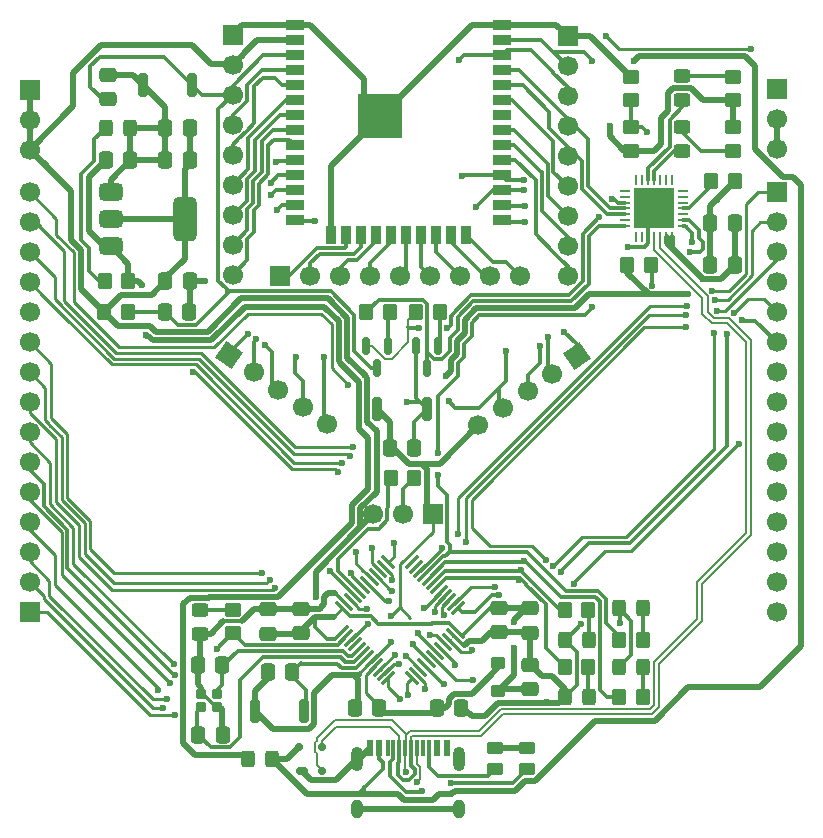
<source format=gbr>
%TF.GenerationSoftware,KiCad,Pcbnew,9.0.2*%
%TF.CreationDate,2025-08-29T22:08:23+05:30*%
%TF.ProjectId,4 SRA,34205352-412e-46b6-9963-61645f706362,rev?*%
%TF.SameCoordinates,Original*%
%TF.FileFunction,Copper,L1,Top*%
%TF.FilePolarity,Positive*%
%FSLAX46Y46*%
G04 Gerber Fmt 4.6, Leading zero omitted, Abs format (unit mm)*
G04 Created by KiCad (PCBNEW 9.0.2) date 2025-08-29 22:08:23*
%MOMM*%
%LPD*%
G01*
G04 APERTURE LIST*
G04 Aperture macros list*
%AMRoundRect*
0 Rectangle with rounded corners*
0 $1 Rounding radius*
0 $2 $3 $4 $5 $6 $7 $8 $9 X,Y pos of 4 corners*
0 Add a 4 corners polygon primitive as box body*
4,1,4,$2,$3,$4,$5,$6,$7,$8,$9,$2,$3,0*
0 Add four circle primitives for the rounded corners*
1,1,$1+$1,$2,$3*
1,1,$1+$1,$4,$5*
1,1,$1+$1,$6,$7*
1,1,$1+$1,$8,$9*
0 Add four rect primitives between the rounded corners*
20,1,$1+$1,$2,$3,$4,$5,0*
20,1,$1+$1,$4,$5,$6,$7,0*
20,1,$1+$1,$6,$7,$8,$9,0*
20,1,$1+$1,$8,$9,$2,$3,0*%
%AMRotRect*
0 Rectangle, with rotation*
0 The origin of the aperture is its center*
0 $1 length*
0 $2 width*
0 $3 Rotation angle, in degrees counterclockwise*
0 Add horizontal line*
21,1,$1,$2,0,0,$3*%
G04 Aperture macros list end*
%TA.AperFunction,SMDPad,CuDef*%
%ADD10RoundRect,0.250000X-0.350000X-0.450000X0.350000X-0.450000X0.350000X0.450000X-0.350000X0.450000X0*%
%TD*%
%TA.AperFunction,SMDPad,CuDef*%
%ADD11RoundRect,0.250000X-0.450000X0.350000X-0.450000X-0.350000X0.450000X-0.350000X0.450000X0.350000X0*%
%TD*%
%TA.AperFunction,SMDPad,CuDef*%
%ADD12RoundRect,0.250000X0.337500X0.475000X-0.337500X0.475000X-0.337500X-0.475000X0.337500X-0.475000X0*%
%TD*%
%TA.AperFunction,SMDPad,CuDef*%
%ADD13RoundRect,0.250000X0.325000X0.450000X-0.325000X0.450000X-0.325000X-0.450000X0.325000X-0.450000X0*%
%TD*%
%TA.AperFunction,SMDPad,CuDef*%
%ADD14RoundRect,0.250000X0.475000X-0.337500X0.475000X0.337500X-0.475000X0.337500X-0.475000X-0.337500X0*%
%TD*%
%TA.AperFunction,SMDPad,CuDef*%
%ADD15RoundRect,0.250000X-0.337500X-0.475000X0.337500X-0.475000X0.337500X0.475000X-0.337500X0.475000X0*%
%TD*%
%TA.AperFunction,SMDPad,CuDef*%
%ADD16RoundRect,0.200000X-0.200000X-0.800000X0.200000X-0.800000X0.200000X0.800000X-0.200000X0.800000X0*%
%TD*%
%TA.AperFunction,ComponentPad*%
%ADD17R,1.700000X1.700000*%
%TD*%
%TA.AperFunction,ComponentPad*%
%ADD18C,1.700000*%
%TD*%
%TA.AperFunction,SMDPad,CuDef*%
%ADD19RoundRect,0.250000X0.350000X0.450000X-0.350000X0.450000X-0.350000X-0.450000X0.350000X-0.450000X0*%
%TD*%
%TA.AperFunction,SMDPad,CuDef*%
%ADD20RoundRect,0.250000X-0.475000X0.337500X-0.475000X-0.337500X0.475000X-0.337500X0.475000X0.337500X0*%
%TD*%
%TA.AperFunction,SMDPad,CuDef*%
%ADD21RoundRect,0.250000X0.450000X-0.325000X0.450000X0.325000X-0.450000X0.325000X-0.450000X-0.325000X0*%
%TD*%
%TA.AperFunction,SMDPad,CuDef*%
%ADD22RoundRect,0.250000X0.450000X-0.350000X0.450000X0.350000X-0.450000X0.350000X-0.450000X-0.350000X0*%
%TD*%
%TA.AperFunction,SMDPad,CuDef*%
%ADD23RoundRect,0.062500X0.062500X-0.337500X0.062500X0.337500X-0.062500X0.337500X-0.062500X-0.337500X0*%
%TD*%
%TA.AperFunction,SMDPad,CuDef*%
%ADD24RoundRect,0.062500X0.337500X-0.062500X0.337500X0.062500X-0.337500X0.062500X-0.337500X-0.062500X0*%
%TD*%
%TA.AperFunction,HeatsinkPad*%
%ADD25R,3.350000X3.350000*%
%TD*%
%TA.AperFunction,SMDPad,CuDef*%
%ADD26RoundRect,0.150000X-0.150000X0.587500X-0.150000X-0.587500X0.150000X-0.587500X0.150000X0.587500X0*%
%TD*%
%TA.AperFunction,SMDPad,CuDef*%
%ADD27RoundRect,0.250000X-0.325000X-0.450000X0.325000X-0.450000X0.325000X0.450000X-0.325000X0.450000X0*%
%TD*%
%TA.AperFunction,SMDPad,CuDef*%
%ADD28RoundRect,0.250000X0.450000X-0.262500X0.450000X0.262500X-0.450000X0.262500X-0.450000X-0.262500X0*%
%TD*%
%TA.AperFunction,ComponentPad*%
%ADD29RotRect,1.700000X1.700000X55.000000*%
%TD*%
%TA.AperFunction,SMDPad,CuDef*%
%ADD30RoundRect,0.175000X0.325000X-0.175000X0.325000X0.175000X-0.325000X0.175000X-0.325000X-0.175000X0*%
%TD*%
%TA.AperFunction,SMDPad,CuDef*%
%ADD31RoundRect,0.150000X0.150000X-0.200000X0.150000X0.200000X-0.150000X0.200000X-0.150000X-0.200000X0*%
%TD*%
%TA.AperFunction,SMDPad,CuDef*%
%ADD32R,1.500000X0.900000*%
%TD*%
%TA.AperFunction,SMDPad,CuDef*%
%ADD33R,0.900000X1.500000*%
%TD*%
%TA.AperFunction,SMDPad,CuDef*%
%ADD34R,0.900000X0.900000*%
%TD*%
%TA.AperFunction,HeatsinkPad*%
%ADD35C,0.600000*%
%TD*%
%TA.AperFunction,HeatsinkPad*%
%ADD36R,3.800000X3.800000*%
%TD*%
%TA.AperFunction,ComponentPad*%
%ADD37RotRect,1.700000X1.700000X305.000000*%
%TD*%
%TA.AperFunction,SMDPad,CuDef*%
%ADD38RoundRect,0.200000X0.250000X0.200000X-0.250000X0.200000X-0.250000X-0.200000X0.250000X-0.200000X0*%
%TD*%
%TA.AperFunction,SMDPad,CuDef*%
%ADD39R,0.600000X1.450000*%
%TD*%
%TA.AperFunction,SMDPad,CuDef*%
%ADD40R,0.300000X1.450000*%
%TD*%
%TA.AperFunction,HeatsinkPad*%
%ADD41O,1.000000X2.100000*%
%TD*%
%TA.AperFunction,HeatsinkPad*%
%ADD42O,1.000000X1.600000*%
%TD*%
%TA.AperFunction,SMDPad,CuDef*%
%ADD43RoundRect,0.250000X-0.350000X0.275000X-0.350000X-0.275000X0.350000X-0.275000X0.350000X0.275000X0*%
%TD*%
%TA.AperFunction,SMDPad,CuDef*%
%ADD44RoundRect,0.075000X-0.415425X-0.521491X0.521491X0.415425X0.415425X0.521491X-0.521491X-0.415425X0*%
%TD*%
%TA.AperFunction,SMDPad,CuDef*%
%ADD45RoundRect,0.075000X0.415425X-0.521491X0.521491X-0.415425X-0.415425X0.521491X-0.521491X0.415425X0*%
%TD*%
%TA.AperFunction,SMDPad,CuDef*%
%ADD46RoundRect,0.375000X-0.625000X-0.375000X0.625000X-0.375000X0.625000X0.375000X-0.625000X0.375000X0*%
%TD*%
%TA.AperFunction,SMDPad,CuDef*%
%ADD47RoundRect,0.500000X-0.500000X-1.400000X0.500000X-1.400000X0.500000X1.400000X-0.500000X1.400000X0*%
%TD*%
%TA.AperFunction,ViaPad*%
%ADD48C,0.600000*%
%TD*%
%TA.AperFunction,Conductor*%
%ADD49C,0.500000*%
%TD*%
%TA.AperFunction,Conductor*%
%ADD50C,0.300000*%
%TD*%
%TA.AperFunction,Conductor*%
%ADD51C,0.280000*%
%TD*%
%TA.AperFunction,Conductor*%
%ADD52C,0.200000*%
%TD*%
G04 APERTURE END LIST*
D10*
%TO.P,R18,1*%
%TO.N,/RXD0*%
X164001630Y-127206000D03*
%TO.P,R18,2*%
%TO.N,Net-(D8-A)*%
X166001630Y-127206000D03*
%TD*%
D11*
%TO.P,R12,1*%
%TO.N,/VBUS*%
X178275000Y-81475000D03*
%TO.P,R12,2*%
%TO.N,Net-(D7-A)*%
X178275000Y-83475000D03*
%TD*%
D12*
%TO.P,C7,1*%
%TO.N,VDD33*%
X132250000Y-84250000D03*
%TO.P,C7,2*%
%TO.N,GND*%
X130175000Y-84250000D03*
%TD*%
D13*
%TO.P,D1,1,K*%
%TO.N,GND*%
X127175000Y-81550000D03*
%TO.P,D1,2,A*%
%TO.N,Net-(D1-A)*%
X125125000Y-81550000D03*
%TD*%
D14*
%TO.P,C11,1*%
%TO.N,VDD33*%
X138857500Y-124367500D03*
%TO.P,C11,2*%
%TO.N,GND*%
X138857500Y-122292500D03*
%TD*%
D10*
%TO.P,R6,1*%
%TO.N,/DTR*%
X147207500Y-97130000D03*
%TO.P,R6,2*%
%TO.N,Net-(Q1-B)*%
X149207500Y-97130000D03*
%TD*%
D15*
%TO.P,C1,1*%
%TO.N,GND*%
X176337500Y-93175000D03*
%TO.P,C1,2*%
%TO.N,VDD33*%
X178412500Y-93175000D03*
%TD*%
D16*
%TO.P,SW4,1,1*%
%TO.N,GND*%
X137757500Y-130930000D03*
%TO.P,SW4,2,2*%
%TO.N,/STM32/NRST*%
X141957500Y-130930000D03*
%TD*%
D12*
%TO.P,C10,1*%
%TO.N,/STM32/NRST*%
X140945000Y-127630000D03*
%TO.P,C10,2*%
%TO.N,GND*%
X138870000Y-127630000D03*
%TD*%
D17*
%TO.P,J9,1,Pin_1*%
%TO.N,GND*%
X135875000Y-73650000D03*
D18*
%TO.P,J9,2,Pin_2*%
%TO.N,VDD33*%
X135875000Y-76190000D03*
%TO.P,J9,3,Pin_3*%
%TO.N,/EN*%
X135875000Y-78730000D03*
%TO.P,J9,4,Pin_4*%
%TO.N,/SENSOR_VP*%
X135875000Y-81270000D03*
%TO.P,J9,5,Pin_5*%
%TO.N,/SENSOR_VN*%
X135875000Y-83810000D03*
%TO.P,J9,6,Pin_6*%
%TO.N,/IO34*%
X135875000Y-86350000D03*
%TO.P,J9,7,Pin_7*%
%TO.N,/IO35*%
X135875000Y-88890000D03*
%TO.P,J9,8,Pin_8*%
%TO.N,/IO32*%
X135875000Y-91430000D03*
%TO.P,J9,9,Pin_9*%
%TO.N,/IO33*%
X135875000Y-93970000D03*
%TD*%
D19*
%TO.P,R1,1*%
%TO.N,GND*%
X178405000Y-86055000D03*
%TO.P,R1,2*%
%TO.N,/ACTIVE*%
X176405000Y-86055000D03*
%TD*%
D20*
%TO.P,C13,1*%
%TO.N,VDD33*%
X158407500Y-122167500D03*
%TO.P,C13,2*%
%TO.N,GND*%
X158407500Y-124242500D03*
%TD*%
D15*
%TO.P,C2,1*%
%TO.N,GND*%
X176337500Y-89600000D03*
%TO.P,C2,2*%
%TO.N,VDD33*%
X178412500Y-89600000D03*
%TD*%
D21*
%TO.P,D6,1,K*%
%TO.N,Net-(D6-K)*%
X173925000Y-79200000D03*
%TO.P,D6,2,A*%
%TO.N,Net-(D6-A)*%
X173925000Y-77150000D03*
%TD*%
D22*
%TO.P,R5,1*%
%TO.N,/VBUS*%
X169600000Y-83475000D03*
%TO.P,R5,2*%
%TO.N,Net-(U1-VBUS)*%
X169600000Y-81475000D03*
%TD*%
D17*
%TO.P,J1,1,Pin_1*%
%TO.N,GND*%
X152820000Y-114255000D03*
D18*
%TO.P,J1,2,Pin_2*%
%TO.N,Net-(J1-Pin_2)*%
X150280000Y-114255000D03*
%TO.P,J1,3,Pin_3*%
%TO.N,VDD33*%
X147740000Y-114255000D03*
%TD*%
D14*
%TO.P,C19,1*%
%TO.N,VDD33*%
X161100000Y-129062500D03*
%TO.P,C19,2*%
%TO.N,GND*%
X161100000Y-126987500D03*
%TD*%
%TO.P,C14,1*%
%TO.N,VDD33*%
X141682500Y-124317500D03*
%TO.P,C14,2*%
%TO.N,GND*%
X141682500Y-122242500D03*
%TD*%
D23*
%TO.P,U1,1,~{DCD}*%
%TO.N,unconnected-(U1-~{DCD}-Pad1)*%
X170075000Y-90800000D03*
%TO.P,U1,2,~{RI}/CLK*%
%TO.N,unconnected-(U1-~{RI}{slash}CLK-Pad2)*%
X170575000Y-90800000D03*
%TO.P,U1,3,GND*%
%TO.N,GND*%
X171075000Y-90800000D03*
%TO.P,U1,4,D+*%
%TO.N,/D+*%
X171575000Y-90800000D03*
%TO.P,U1,5,D-*%
%TO.N,/D-*%
X172075000Y-90800000D03*
%TO.P,U1,6,VDD*%
%TO.N,VDD33*%
X172575000Y-90800000D03*
%TO.P,U1,7,VREGIN*%
X173075000Y-90800000D03*
D24*
%TO.P,U1,8,VBUS*%
%TO.N,Net-(U1-VBUS)*%
X174025000Y-89850000D03*
%TO.P,U1,9,~{RST}*%
%TO.N,Net-(U1-~{RST})*%
X174025000Y-89350000D03*
%TO.P,U1,10,NC*%
%TO.N,unconnected-(U1-NC-Pad10)*%
X174025000Y-88850000D03*
%TO.P,U1,11,~{SUSPEND}*%
%TO.N,/ACTIVE*%
X174025000Y-88350000D03*
%TO.P,U1,12,SUSPEND*%
%TO.N,unconnected-(U1-SUSPEND-Pad12)*%
X174025000Y-87850000D03*
%TO.P,U1,13,CHREN*%
%TO.N,unconnected-(U1-CHREN-Pad13)*%
X174025000Y-87350000D03*
%TO.P,U1,14,CHR1*%
%TO.N,unconnected-(U1-CHR1-Pad14)*%
X174025000Y-86850000D03*
D23*
%TO.P,U1,15,CHR0*%
%TO.N,unconnected-(U1-CHR0-Pad15)*%
X173075000Y-85900000D03*
%TO.P,U1,16,~{WAKEUP}/GPIO.3*%
%TO.N,unconnected-(U1-~{WAKEUP}{slash}GPIO.3-Pad16)*%
X172575000Y-85900000D03*
%TO.P,U1,17,RS485/GPIO.2*%
%TO.N,unconnected-(U1-RS485{slash}GPIO.2-Pad17)*%
X172075000Y-85900000D03*
%TO.P,U1,18,~{RXT}/GPIO.1*%
%TO.N,Net-(D7-K)*%
X171575000Y-85900000D03*
%TO.P,U1,19,~{TXT}/GPIO.0*%
%TO.N,Net-(D6-K)*%
X171075000Y-85900000D03*
%TO.P,U1,20,GPIO.6*%
%TO.N,unconnected-(U1-GPIO.6-Pad20)*%
X170575000Y-85900000D03*
%TO.P,U1,21,GPIO.5*%
%TO.N,unconnected-(U1-GPIO.5-Pad21)*%
X170075000Y-85900000D03*
D24*
%TO.P,U1,22,GPIO.4*%
%TO.N,unconnected-(U1-GPIO.4-Pad22)*%
X169125000Y-86850000D03*
%TO.P,U1,23,~{CTS}*%
%TO.N,unconnected-(U1-~{CTS}-Pad23)*%
X169125000Y-87350000D03*
%TO.P,U1,24,~{RTS}*%
%TO.N,/RTS0*%
X169125000Y-87850000D03*
%TO.P,U1,25,RXD*%
%TO.N,/RXD*%
X169125000Y-88350000D03*
%TO.P,U1,26,TXD*%
%TO.N,/TXD*%
X169125000Y-88850000D03*
%TO.P,U1,27,~{DSR}*%
%TO.N,unconnected-(U1-~{DSR}-Pad27)*%
X169125000Y-89350000D03*
%TO.P,U1,28,~{DTR}*%
%TO.N,/DTR*%
X169125000Y-89850000D03*
D25*
%TO.P,U1,29,GND*%
%TO.N,GND*%
X171575000Y-88350000D03*
%TD*%
D12*
%TO.P,C8,1*%
%TO.N,VDD33*%
X132250000Y-81550000D03*
%TO.P,C8,2*%
%TO.N,GND*%
X130175000Y-81550000D03*
%TD*%
D26*
%TO.P,Q1,1,B*%
%TO.N,Net-(Q1-B)*%
X149070000Y-99967500D03*
%TO.P,Q1,2,E*%
%TO.N,/RTS0*%
X147170000Y-99967500D03*
%TO.P,Q1,3,C*%
%TO.N,/EN*%
X148120000Y-101842500D03*
%TD*%
D14*
%TO.P,C6,1*%
%TO.N,/EN*%
X125300000Y-79117500D03*
%TO.P,C6,2*%
%TO.N,GND*%
X125300000Y-77042500D03*
%TD*%
D10*
%TO.P,R10,1*%
%TO.N,VDD33*%
X125000000Y-97125000D03*
%TO.P,R10,2*%
%TO.N,/EN*%
X127000000Y-97125000D03*
%TD*%
D27*
%TO.P,D4,1,K*%
%TO.N,/EXT_5V*%
X137175000Y-134975000D03*
%TO.P,D4,2,A*%
%TO.N,/VBUS*%
X139225000Y-134975000D03*
%TD*%
D10*
%TO.P,R14,1*%
%TO.N,/CTS*%
X168599130Y-124881000D03*
%TO.P,R14,2*%
%TO.N,Net-(D11-A)*%
X170599130Y-124881002D03*
%TD*%
D11*
%TO.P,R4,1*%
%TO.N,GND*%
X169575000Y-77197500D03*
%TO.P,R4,2*%
%TO.N,Net-(U1-VBUS)*%
X169575000Y-79197500D03*
%TD*%
D17*
%TO.P,J6,1,Pin_1*%
%TO.N,VDD33*%
X118700000Y-78290000D03*
D18*
%TO.P,J6,2,Pin_2*%
X118700000Y-80830000D03*
%TO.P,J6,3,Pin_3*%
X118700000Y-83370000D03*
%TD*%
D17*
%TO.P,J4,1,Pin_1*%
%TO.N,/STM32/PA3*%
X118700000Y-122545000D03*
D18*
%TO.P,J4,2,Pin_2*%
%TO.N,/STM32/PA2*%
X118700000Y-120005000D03*
%TO.P,J4,3,Pin_3*%
%TO.N,/STM32/PA1*%
X118700000Y-117465000D03*
%TO.P,J4,4,Pin_4*%
%TO.N,/STM32/PA0*%
X118700000Y-114925000D03*
%TO.P,J4,5,Pin_5*%
%TO.N,/STM32/PC14*%
X118700000Y-112385000D03*
%TO.P,J4,6,Pin_6*%
%TO.N,/STM32/PC13*%
X118700000Y-109845000D03*
%TO.P,J4,7,Pin_7*%
%TO.N,/STM32/PB9*%
X118700000Y-107305000D03*
%TO.P,J4,8,Pin_8*%
%TO.N,/STM32/PB8*%
X118700000Y-104765000D03*
%TO.P,J4,9,Pin_9*%
%TO.N,/STM32/PB7*%
X118700000Y-102225000D03*
%TO.P,J4,10,Pin_10*%
%TO.N,/STM32/PB6*%
X118700000Y-99685000D03*
%TO.P,J4,11,Pin_11*%
%TO.N,/STM32/PB5*%
X118700000Y-97145000D03*
%TO.P,J4,12,Pin_12*%
%TO.N,/STM32/PB4*%
X118700000Y-94605000D03*
%TO.P,J4,13,Pin_13*%
%TO.N,/STM32/PB3*%
X118700000Y-92065000D03*
%TO.P,J4,14,Pin_14*%
%TO.N,/STM32/PA15*%
X118700000Y-89525000D03*
%TO.P,J4,15,Pin_15*%
%TO.N,/STM32/SWCLK*%
X118700000Y-86985000D03*
%TD*%
D28*
%TO.P,R17,1*%
%TO.N,Net-(J2-CC2)*%
X158075000Y-135825000D03*
%TO.P,R17,2*%
%TO.N,GND*%
X158075000Y-134000000D03*
%TD*%
D17*
%TO.P,J5,1,Pin_1*%
%TO.N,/STM32/SWDIO*%
X181975000Y-86985000D03*
D18*
%TO.P,J5,2,Pin_2*%
%TO.N,/STM32/PA8*%
X181975000Y-89525000D03*
%TO.P,J5,3,Pin_3*%
%TO.N,/STM32/PB15*%
X181975000Y-92065000D03*
%TO.P,J5,4,Pin_4*%
%TO.N,/STM32/PB14*%
X181975000Y-94605000D03*
%TO.P,J5,5,Pin_5*%
%TO.N,/STM32/PB13*%
X181975000Y-97145000D03*
%TO.P,J5,6,Pin_6*%
%TO.N,/STM32/PB12*%
X181975000Y-99685000D03*
%TO.P,J5,7,Pin_7*%
%TO.N,/STM32/I2C_SDA1*%
X181975000Y-102225000D03*
%TO.P,J5,8,Pin_8*%
%TO.N,/STM32/I2C_SCL1*%
X181975000Y-104765000D03*
%TO.P,J5,9,Pin_9*%
%TO.N,/STM32/PB2*%
X181975000Y-107305000D03*
%TO.P,J5,10,Pin_10*%
%TO.N,/STM32/PB1*%
X181975000Y-109845000D03*
%TO.P,J5,11,Pin_11*%
%TO.N,/STM32/PB0*%
X181975000Y-112385000D03*
%TO.P,J5,12,Pin_12*%
%TO.N,/STM32/PA7*%
X181975000Y-114925000D03*
%TO.P,J5,13,Pin_13*%
%TO.N,/STM32/PA6*%
X181975000Y-117465000D03*
%TO.P,J5,14,Pin_14*%
%TO.N,/STM32/PA5*%
X181975000Y-120005000D03*
%TO.P,J5,15,Pin_15*%
%TO.N,/STM32/PA4*%
X181975000Y-122545000D03*
%TD*%
D27*
%TO.P,D8,1,K*%
%TO.N,GND*%
X163999131Y-129731001D03*
%TO.P,D8,2,A*%
%TO.N,Net-(D8-A)*%
X166049129Y-129730999D03*
%TD*%
D29*
%TO.P,J7,1,Pin_1*%
%TO.N,/IO25*%
X135575000Y-100775000D03*
D18*
%TO.P,J7,2,Pin_2*%
%TO.N,/IO26*%
X137655646Y-102231884D03*
%TO.P,J7,3,Pin_3*%
%TO.N,/IO27*%
X139736292Y-103688768D03*
%TO.P,J7,4,Pin_4*%
%TO.N,/IO14*%
X141816939Y-105145653D03*
%TO.P,J7,5,Pin_5*%
%TO.N,/IO12*%
X143897585Y-106602537D03*
%TD*%
D10*
%TO.P,R20,1*%
%TO.N,/RTS*%
X168599130Y-129731001D03*
%TO.P,R20,2*%
%TO.N,Net-(D10-A)*%
X170599130Y-129731001D03*
%TD*%
D30*
%TO.P,D13,1,A*%
%TO.N,GND*%
X141737500Y-135950000D03*
D31*
%TO.P,D13,2,K*%
%TO.N,/D+*%
X143437500Y-135950000D03*
%TO.P,D13,3,K*%
%TO.N,/D-*%
X143437500Y-133950000D03*
%TO.P,D13,4,K*%
%TO.N,/VBUS*%
X141537500Y-133950000D03*
%TD*%
D21*
%TO.P,D7,1,K*%
%TO.N,Net-(D7-K)*%
X173937500Y-83477500D03*
%TO.P,D7,2,A*%
%TO.N,Net-(D7-A)*%
X173937500Y-81427500D03*
%TD*%
D19*
%TO.P,R2,1*%
%TO.N,/EXT_5V*%
X127050000Y-94500000D03*
%TO.P,R2,2*%
%TO.N,Net-(D1-A)*%
X125050000Y-94500000D03*
%TD*%
D28*
%TO.P,R16,1*%
%TO.N,Net-(J2-CC1)*%
X160800000Y-135825000D03*
%TO.P,R16,2*%
%TO.N,GND*%
X160800000Y-134000000D03*
%TD*%
D20*
%TO.P,C16,1*%
%TO.N,VDD33*%
X161057500Y-122180000D03*
%TO.P,C16,2*%
%TO.N,GND*%
X161057500Y-124255000D03*
%TD*%
D32*
%TO.P,U4,1,GND*%
%TO.N,GND*%
X141150000Y-72820000D03*
%TO.P,U4,2,VDD*%
%TO.N,VDD33*%
X141150000Y-74090000D03*
%TO.P,U4,3,EN*%
%TO.N,/EN*%
X141150000Y-75360000D03*
%TO.P,U4,4,SENSOR_VP*%
%TO.N,/SENSOR_VP*%
X141150000Y-76630000D03*
%TO.P,U4,5,SENSOR_VN*%
%TO.N,/SENSOR_VN*%
X141150000Y-77900000D03*
%TO.P,U4,6,IO34*%
%TO.N,/IO34*%
X141150000Y-79170000D03*
%TO.P,U4,7,IO35*%
%TO.N,/IO35*%
X141150000Y-80440000D03*
%TO.P,U4,8,IO32*%
%TO.N,/IO32*%
X141150000Y-81710000D03*
%TO.P,U4,9,IO33*%
%TO.N,/IO33*%
X141150000Y-82980000D03*
%TO.P,U4,10,IO25*%
%TO.N,/IO25*%
X141150000Y-84250000D03*
%TO.P,U4,11,IO26*%
%TO.N,/IO26*%
X141150000Y-85520000D03*
%TO.P,U4,12,IO27*%
%TO.N,/IO27*%
X141150000Y-86790000D03*
%TO.P,U4,13,IO14*%
%TO.N,/IO14*%
X141150000Y-88060000D03*
%TO.P,U4,14,IO12*%
%TO.N,/IO12*%
X141150000Y-89330000D03*
D33*
%TO.P,U4,15,GND*%
%TO.N,GND*%
X144190000Y-90580000D03*
%TO.P,U4,16,IO13*%
%TO.N,/IO13*%
X145460000Y-90580000D03*
%TO.P,U4,17,SHD/SD2*%
%TO.N,/SD2*%
X146730000Y-90580000D03*
%TO.P,U4,18,SWP/SD3*%
%TO.N,/SD3*%
X148000000Y-90580000D03*
%TO.P,U4,19,SCS/CMD*%
%TO.N,/CMD*%
X149270000Y-90580000D03*
%TO.P,U4,20,SCK/CLK*%
%TO.N,/CLK*%
X150540000Y-90580000D03*
%TO.P,U4,21,SDO/SD0*%
%TO.N,/SD0*%
X151810000Y-90580000D03*
%TO.P,U4,22,SDI/SD1*%
%TO.N,/SD1*%
X153080000Y-90580000D03*
%TO.P,U4,23,IO15*%
%TO.N,/IO15*%
X154350000Y-90580000D03*
%TO.P,U4,24,IO2*%
%TO.N,/IO2*%
X155620000Y-90580000D03*
D32*
%TO.P,U4,25,IO0*%
%TO.N,/IO0*%
X158650000Y-89330000D03*
%TO.P,U4,26,IO4*%
%TO.N,/IO4*%
X158650000Y-88060000D03*
%TO.P,U4,27,IO16*%
%TO.N,/RXD0*%
X158650000Y-86790000D03*
%TO.P,U4,28,IO17*%
%TO.N,/TXD0*%
X158650000Y-85520000D03*
%TO.P,U4,29,IO5*%
%TO.N,/IO5*%
X158650000Y-84250000D03*
%TO.P,U4,30,IO18*%
%TO.N,/IO18*%
X158650000Y-82980000D03*
%TO.P,U4,31,IO19*%
%TO.N,/IO19*%
X158650000Y-81710000D03*
%TO.P,U4,32,NC*%
%TO.N,unconnected-(U4-NC-Pad32)*%
X158650000Y-80440000D03*
%TO.P,U4,33,IO21*%
%TO.N,/IO21*%
X158650000Y-79170000D03*
%TO.P,U4,34,RXD0/IO3*%
%TO.N,/TXD*%
X158650000Y-77900000D03*
%TO.P,U4,35,TXD0/IO1*%
%TO.N,/RXD*%
X158650000Y-76630000D03*
%TO.P,U4,36,IO22*%
%TO.N,/RTS*%
X158650000Y-75360000D03*
%TO.P,U4,37,IO23*%
%TO.N,/CTS*%
X158650000Y-74090000D03*
%TO.P,U4,38,GND*%
%TO.N,GND*%
X158650000Y-72820000D03*
D34*
%TO.P,U4,39,GND*%
X147000000Y-79140000D03*
D35*
X147000000Y-79840000D03*
D34*
X147000000Y-80540000D03*
D35*
X147000000Y-81240000D03*
D34*
X147000000Y-81940000D03*
D35*
X147700000Y-79140000D03*
X147700000Y-80540000D03*
X147700000Y-81940000D03*
X148375000Y-79840000D03*
X148375000Y-81240000D03*
D34*
X148400000Y-79140000D03*
X148400000Y-80540000D03*
D36*
X148400000Y-80540000D03*
D34*
X148400000Y-81940000D03*
D35*
X149100000Y-79140000D03*
X149100000Y-80540000D03*
X149100000Y-81940000D03*
D34*
X149800000Y-79140000D03*
D35*
X149800000Y-79840000D03*
D34*
X149800000Y-80540000D03*
D35*
X149800000Y-81240000D03*
D34*
X149800000Y-81940000D03*
%TD*%
D37*
%TO.P,J8,1,Pin_1*%
%TO.N,/TXD0*%
X165022585Y-100872463D03*
D18*
%TO.P,J8,2,Pin_2*%
%TO.N,/RXD0*%
X162941939Y-102329347D03*
%TO.P,J8,3,Pin_3*%
%TO.N,/IO4*%
X160861293Y-103786231D03*
%TO.P,J8,4,Pin_4*%
%TO.N,/IO0*%
X158780646Y-105243116D03*
%TO.P,J8,5,Pin_5*%
%TO.N,GND*%
X156700000Y-106700000D03*
%TD*%
D10*
%TO.P,R19,1*%
%TO.N,/TXD0*%
X164001630Y-122306000D03*
%TO.P,R19,2*%
%TO.N,Net-(D9-A)*%
X166001630Y-122306000D03*
%TD*%
D26*
%TO.P,Q2,1,B*%
%TO.N,Net-(Q2-B)*%
X153270000Y-99967500D03*
%TO.P,Q2,2,E*%
%TO.N,/IO0*%
X151370000Y-99967500D03*
%TO.P,Q2,3,C*%
%TO.N,/DTR*%
X152320000Y-101842500D03*
%TD*%
D27*
%TO.P,D10,1,K*%
%TO.N,GND*%
X168596630Y-127206001D03*
%TO.P,D10,2,A*%
%TO.N,Net-(D10-A)*%
X170646630Y-127206001D03*
%TD*%
D17*
%TO.P,J10,1,Pin_1*%
%TO.N,GND*%
X164250000Y-73775000D03*
D18*
%TO.P,J10,2,Pin_2*%
%TO.N,/CTS*%
X164250000Y-76315000D03*
%TO.P,J10,3,Pin_3*%
%TO.N,/RTS*%
X164250000Y-78855000D03*
%TO.P,J10,4,Pin_4*%
%TO.N,/RXD*%
X164250000Y-81395000D03*
%TO.P,J10,5,Pin_5*%
%TO.N,/TXD*%
X164250000Y-83935000D03*
%TO.P,J10,6,Pin_6*%
%TO.N,/IO21*%
X164250000Y-86475000D03*
%TO.P,J10,7,Pin_7*%
%TO.N,/IO19*%
X164250000Y-89015000D03*
%TO.P,J10,8,Pin_8*%
%TO.N,/IO18*%
X164250000Y-91555000D03*
%TO.P,J10,9,Pin_9*%
%TO.N,/IO5*%
X164250000Y-94095000D03*
%TD*%
D16*
%TO.P,SW1,1,1*%
%TO.N,GND*%
X128275000Y-77900000D03*
%TO.P,SW1,2,2*%
%TO.N,/EN*%
X132475000Y-77900000D03*
%TD*%
D38*
%TO.P,Y1,1,1*%
%TO.N,/STM32/HSE_IN*%
X134600000Y-129442500D03*
%TO.P,Y1,2,2*%
%TO.N,GND*%
X133200000Y-129442500D03*
%TO.P,Y1,3,3*%
%TO.N,/STM32/HSE_OUT*%
X133200000Y-130542500D03*
%TO.P,Y1,4,4*%
%TO.N,GND*%
X134600000Y-130542500D03*
%TD*%
D15*
%TO.P,C15,1*%
%TO.N,/STM32/HSE_OUT*%
X132962500Y-132892500D03*
%TO.P,C15,2*%
%TO.N,GND*%
X135037500Y-132892500D03*
%TD*%
D21*
%TO.P,D3,1,K*%
%TO.N,GND*%
X133132500Y-124380000D03*
%TO.P,D3,2,A*%
%TO.N,Net-(D3-A)*%
X133132500Y-122330000D03*
%TD*%
D19*
%TO.P,R13,1*%
%TO.N,Net-(J1-Pin_2)*%
X151280000Y-111130000D03*
%TO.P,R13,2*%
%TO.N,/STM32/SW_BOOT0*%
X149280000Y-111130000D03*
%TD*%
%TO.P,R3,1*%
%TO.N,Net-(U1-~{RST})*%
X171300000Y-93150000D03*
%TO.P,R3,2*%
%TO.N,VDD33*%
X169300000Y-93150000D03*
%TD*%
D39*
%TO.P,J2,A1,GND*%
%TO.N,GND*%
X147500000Y-134065000D03*
%TO.P,J2,A4,VBUS*%
%TO.N,/VBUS*%
X148300000Y-134065000D03*
D40*
%TO.P,J2,A5,CC1*%
%TO.N,Net-(J2-CC1)*%
X149500000Y-134065000D03*
%TO.P,J2,A6,D+*%
%TO.N,/D+*%
X150500000Y-134065000D03*
%TO.P,J2,A7,D-*%
%TO.N,/D-*%
X151000000Y-134065000D03*
%TO.P,J2,A8,SBU1*%
%TO.N,unconnected-(J2-SBU1-PadA8)*%
X152000000Y-134065000D03*
D39*
%TO.P,J2,A9,VBUS*%
%TO.N,/VBUS*%
X153200000Y-134065000D03*
%TO.P,J2,A12,GND*%
%TO.N,GND*%
X154000000Y-134065000D03*
%TO.P,J2,B1,GND*%
X154000000Y-134065000D03*
%TO.P,J2,B4,VBUS*%
%TO.N,/VBUS*%
X153200000Y-134065000D03*
D40*
%TO.P,J2,B5,CC2*%
%TO.N,Net-(J2-CC2)*%
X152500000Y-134065000D03*
%TO.P,J2,B6,D+*%
%TO.N,/D+*%
X151500000Y-134065000D03*
%TO.P,J2,B7,D-*%
%TO.N,/D-*%
X150000000Y-134065000D03*
%TO.P,J2,B8,SBU2*%
%TO.N,unconnected-(J2-SBU2-PadB8)*%
X149000000Y-134065000D03*
D39*
%TO.P,J2,B9,VBUS*%
%TO.N,/VBUS*%
X148300000Y-134065000D03*
%TO.P,J2,B12,GND*%
%TO.N,GND*%
X147500000Y-134065000D03*
D41*
%TO.P,J2,S1,SHIELD*%
X146430000Y-134980000D03*
D42*
X146430000Y-139160000D03*
D41*
X155070000Y-134980000D03*
D42*
X155070000Y-139160000D03*
%TD*%
D16*
%TO.P,SW2,1,1*%
%TO.N,GND*%
X148145000Y-105330000D03*
%TO.P,SW2,2,2*%
%TO.N,/IO0*%
X152345000Y-105330000D03*
%TD*%
D17*
%TO.P,J11,1,Pin_1*%
%TO.N,GND*%
X181970000Y-78270000D03*
D18*
%TO.P,J11,2,Pin_2*%
X181970000Y-80810000D03*
%TO.P,J11,3,Pin_3*%
X181970000Y-83350000D03*
%TD*%
D10*
%TO.P,R8,1*%
%TO.N,/RTS0*%
X151407500Y-97143095D03*
%TO.P,R8,2*%
%TO.N,Net-(Q2-B)*%
X153407500Y-97143095D03*
%TD*%
D43*
%TO.P,FB1,1*%
%TO.N,Net-(U7-VDDA)*%
X158375000Y-126875000D03*
%TO.P,FB1,2*%
%TO.N,VDD33*%
X158375000Y-129175000D03*
%TD*%
D15*
%TO.P,C3,1*%
%TO.N,/EXT_5V*%
X125135000Y-84250000D03*
%TO.P,C3,2*%
%TO.N,GND*%
X127210000Y-84250000D03*
%TD*%
D22*
%TO.P,R7,1*%
%TO.N,/STM32/PC13*%
X135907500Y-124305000D03*
%TO.P,R7,2*%
%TO.N,Net-(D3-A)*%
X135907500Y-122305000D03*
%TD*%
D17*
%TO.P,J3,1,Pin_1*%
%TO.N,/IO13*%
X139902500Y-94075000D03*
D18*
%TO.P,J3,2,Pin_2*%
%TO.N,/SD2*%
X142442500Y-94075000D03*
%TO.P,J3,3,Pin_3*%
%TO.N,/SD3*%
X144982500Y-94075000D03*
%TO.P,J3,4,Pin_4*%
%TO.N,/CMD*%
X147522500Y-94075000D03*
%TO.P,J3,5,Pin_5*%
%TO.N,/CLK*%
X150062500Y-94075000D03*
%TO.P,J3,6,Pin_6*%
%TO.N,/SD0*%
X152602500Y-94075000D03*
%TO.P,J3,7,Pin_7*%
%TO.N,/SD1*%
X155142500Y-94075000D03*
%TO.P,J3,8,Pin_8*%
%TO.N,/IO15*%
X157682500Y-94075000D03*
%TO.P,J3,9,Pin_9*%
%TO.N,/IO2*%
X160222500Y-94075000D03*
%TD*%
D12*
%TO.P,C12,1*%
%TO.N,/STM32/HSE_IN*%
X135000000Y-127042500D03*
%TO.P,C12,2*%
%TO.N,GND*%
X132925000Y-127042500D03*
%TD*%
%TO.P,C9,1*%
%TO.N,/IO0*%
X151282500Y-108655000D03*
%TO.P,C9,2*%
%TO.N,GND*%
X149207500Y-108655000D03*
%TD*%
D15*
%TO.P,C4,1*%
%TO.N,VDD33*%
X130200000Y-94500000D03*
%TO.P,C4,2*%
%TO.N,GND*%
X132275000Y-94500000D03*
%TD*%
D44*
%TO.P,U7,1,VDD*%
%TO.N,VDD33*%
X145169624Y-124203788D03*
%TO.P,U7,2,PC13*%
%TO.N,/STM32/PC13*%
X145523178Y-124557342D03*
%TO.P,U7,3,PC14*%
%TO.N,/STM32/PC14*%
X145876731Y-124910895D03*
%TO.P,U7,4,PC15*%
%TO.N,unconnected-(U7-PC15-Pad4)*%
X146230285Y-125264449D03*
%TO.P,U7,5,PF0*%
%TO.N,/STM32/HSE_IN*%
X146583838Y-125618002D03*
%TO.P,U7,6,PF1*%
%TO.N,/STM32/HSE_OUT*%
X146937391Y-125971555D03*
%TO.P,U7,7,NRST*%
%TO.N,/STM32/NRST*%
X147290945Y-126325109D03*
%TO.P,U7,8,VSSA*%
%TO.N,GND*%
X147644498Y-126678662D03*
%TO.P,U7,9,VDDA*%
%TO.N,Net-(U7-VDDA)*%
X147998051Y-127032215D03*
%TO.P,U7,10,PA0*%
%TO.N,/STM32/PA0*%
X148351605Y-127385769D03*
%TO.P,U7,11,PA1*%
%TO.N,/STM32/PA1*%
X148705158Y-127739322D03*
%TO.P,U7,12,PA2*%
%TO.N,/STM32/PA2*%
X149058712Y-128092876D03*
D45*
%TO.P,U7,13,PA3*%
%TO.N,/STM32/PA3*%
X151056288Y-128092876D03*
%TO.P,U7,14,PA4*%
%TO.N,/STM32/PA4*%
X151409842Y-127739322D03*
%TO.P,U7,15,PA5*%
%TO.N,/STM32/PA5*%
X151763395Y-127385769D03*
%TO.P,U7,16,PA6*%
%TO.N,/STM32/PA6*%
X152116949Y-127032215D03*
%TO.P,U7,17,PA7*%
%TO.N,/STM32/PA7*%
X152470502Y-126678662D03*
%TO.P,U7,18,PB0*%
%TO.N,/STM32/PB0*%
X152824055Y-126325109D03*
%TO.P,U7,19,PB1*%
%TO.N,/STM32/PB1*%
X153177609Y-125971555D03*
%TO.P,U7,20,PB2*%
%TO.N,/STM32/PB2*%
X153531162Y-125618002D03*
%TO.P,U7,21,PB10*%
%TO.N,/STM32/I2C_SCL1*%
X153884715Y-125264449D03*
%TO.P,U7,22,PB11*%
%TO.N,/STM32/I2C_SDA1*%
X154238269Y-124910895D03*
%TO.P,U7,23,VSS*%
%TO.N,GND*%
X154591822Y-124557342D03*
%TO.P,U7,24,VDD*%
%TO.N,VDD33*%
X154945376Y-124203788D03*
D44*
%TO.P,U7,25,PB12*%
%TO.N,/STM32/PB12*%
X154945376Y-122206212D03*
%TO.P,U7,26,PB13*%
%TO.N,/STM32/PB13*%
X154591822Y-121852658D03*
%TO.P,U7,27,PB14*%
%TO.N,/STM32/PB14*%
X154238269Y-121499105D03*
%TO.P,U7,28,PB15*%
%TO.N,/STM32/PB15*%
X153884715Y-121145551D03*
%TO.P,U7,29,PA8*%
%TO.N,/STM32/PA8*%
X153531162Y-120791998D03*
%TO.P,U7,30,PA9*%
%TO.N,/RXD0*%
X153177609Y-120438445D03*
%TO.P,U7,31,PA10*%
%TO.N,/TXD0*%
X152824055Y-120084891D03*
%TO.P,U7,32,PA11*%
%TO.N,/RTS*%
X152470502Y-119731338D03*
%TO.P,U7,33,PA12*%
%TO.N,/CTS*%
X152116949Y-119377785D03*
%TO.P,U7,34,PA13*%
%TO.N,/STM32/SWDIO*%
X151763395Y-119024231D03*
%TO.P,U7,35,PF6*%
%TO.N,unconnected-(U7-PF6-Pad35)*%
X151409842Y-118670678D03*
%TO.P,U7,36,PF7*%
%TO.N,unconnected-(U7-PF7-Pad36)*%
X151056288Y-118317124D03*
D45*
%TO.P,U7,37,PA14*%
%TO.N,/STM32/SWCLK*%
X149058712Y-118317124D03*
%TO.P,U7,38,PA15*%
%TO.N,/STM32/PA15*%
X148705158Y-118670678D03*
%TO.P,U7,39,PB3*%
%TO.N,/STM32/PB3*%
X148351605Y-119024231D03*
%TO.P,U7,40,PB4*%
%TO.N,/STM32/PB4*%
X147998051Y-119377785D03*
%TO.P,U7,41,PB5*%
%TO.N,/STM32/PB5*%
X147644498Y-119731338D03*
%TO.P,U7,42,PB6*%
%TO.N,/STM32/PB6*%
X147290945Y-120084891D03*
%TO.P,U7,43,PB7*%
%TO.N,/STM32/PB7*%
X146937391Y-120438445D03*
%TO.P,U7,44,BOOT0*%
%TO.N,/STM32/SW_BOOT0*%
X146583838Y-120791998D03*
%TO.P,U7,45,PB8*%
%TO.N,/STM32/PB8*%
X146230285Y-121145551D03*
%TO.P,U7,46,PB9*%
%TO.N,/STM32/PB9*%
X145876731Y-121499105D03*
%TO.P,U7,47,VSS*%
%TO.N,GND*%
X145523178Y-121852658D03*
%TO.P,U7,48,VDD*%
%TO.N,VDD33*%
X145169624Y-122206212D03*
%TD*%
D46*
%TO.P,U2,1,GND*%
%TO.N,GND*%
X125550000Y-86950000D03*
%TO.P,U2,2,VO*%
%TO.N,VDD33*%
X125550000Y-89250000D03*
D47*
X131850000Y-89250000D03*
D46*
%TO.P,U2,3,VI*%
%TO.N,/EXT_5V*%
X125550000Y-91550000D03*
%TD*%
D15*
%TO.P,C18,1*%
%TO.N,Net-(U7-VDDA)*%
X153162500Y-130625000D03*
%TO.P,C18,2*%
%TO.N,GND*%
X155237500Y-130625000D03*
%TD*%
D11*
%TO.P,R11,1*%
%TO.N,Net-(D6-A)*%
X178275000Y-77197500D03*
%TO.P,R11,2*%
%TO.N,/VBUS*%
X178275000Y-79197500D03*
%TD*%
D15*
%TO.P,C5,1*%
%TO.N,/EN*%
X130150000Y-97125000D03*
%TO.P,C5,2*%
%TO.N,GND*%
X132225000Y-97125000D03*
%TD*%
D27*
%TO.P,D9,1,K*%
%TO.N,GND*%
X163999131Y-124881001D03*
%TO.P,D9,2,A*%
%TO.N,Net-(D9-A)*%
X166049129Y-124880999D03*
%TD*%
%TO.P,D11,1,K*%
%TO.N,GND*%
X168596629Y-122206001D03*
%TO.P,D11,2,A*%
%TO.N,Net-(D11-A)*%
X170646631Y-122206001D03*
%TD*%
D12*
%TO.P,C17,1*%
%TO.N,Net-(U7-VDDA)*%
X148312500Y-130625000D03*
%TO.P,C17,2*%
%TO.N,GND*%
X146237500Y-130625000D03*
%TD*%
D48*
%TO.N,VDD33*%
X175702708Y-94351000D03*
X142907500Y-121280000D03*
X153925000Y-102550000D03*
X159700000Y-125550000D03*
X159725000Y-123325000D03*
X142832500Y-122992500D03*
X174425000Y-95625000D03*
X147087500Y-102476838D03*
%TO.N,GND*%
X154000000Y-134065000D03*
X128600000Y-81550000D03*
X176867500Y-87592500D03*
X133580000Y-94450000D03*
X149275000Y-122846000D03*
X128800000Y-84250000D03*
X159430000Y-134000000D03*
X134975000Y-131731000D03*
X149275000Y-125050000D03*
X169380000Y-91575000D03*
X168699130Y-123481000D03*
X165399130Y-123556000D03*
X162520000Y-130132001D03*
%TO.N,/EXT_5V*%
X128582669Y-99043331D03*
X128200000Y-94800000D03*
%TO.N,/IO0*%
X160675000Y-89475000D03*
X154175000Y-104675000D03*
X150625000Y-104775000D03*
X159020000Y-100420000D03*
%TO.N,/STM32/PA5*%
X150525000Y-126200000D03*
%TO.N,/STM32/SWDIO*%
X153626000Y-117125000D03*
X154973758Y-115876517D03*
X176475000Y-95300000D03*
X174325000Y-96600000D03*
%TO.N,/STM32/PA2*%
X130000000Y-130610000D03*
X150025000Y-129850000D03*
%TO.N,/STM32/SWCLK*%
X149525000Y-116700000D03*
X145675000Y-103300000D03*
%TO.N,/STM32/PA6*%
X153750000Y-128650000D03*
%TO.N,/STM32/PA15*%
X149392500Y-119800000D03*
X146050000Y-108550000D03*
%TO.N,/STM32/PA8*%
X176702271Y-96067041D03*
X155665380Y-116584620D03*
X174271785Y-97398231D03*
X152050000Y-122175000D03*
%TO.N,/STM32/PA0*%
X149625000Y-126150000D03*
X129575000Y-129150000D03*
%TO.N,/STM32/PA1*%
X149950000Y-126900000D03*
X130293067Y-129865611D03*
%TO.N,/STM32/PC13*%
X130975000Y-127832229D03*
X134525000Y-125625000D03*
%TO.N,/STM32/PB6*%
X138400000Y-119200000D03*
X149100000Y-121550000D03*
%TO.N,/STM32/PA3*%
X150764106Y-129543853D03*
X130975000Y-131250000D03*
%TO.N,/STM32/PA7*%
X151131647Y-125243353D03*
%TO.N,/STM32/PA4*%
X152175000Y-129075000D03*
%TO.N,/STM32/PB7*%
X139012207Y-119813446D03*
X145893040Y-119181960D03*
%TO.N,/STM32/PB14*%
X167500000Y-73725000D03*
X179737511Y-74821025D03*
X153778574Y-122789463D03*
%TO.N,/STM32/I2C_SDA1*%
X156147076Y-125772076D03*
%TO.N,/STM32/PB5*%
X146350000Y-117414182D03*
X144810000Y-110647744D03*
X132525000Y-102177000D03*
%TO.N,/STM32/PB4*%
X149392500Y-120775000D03*
X145178847Y-109863653D03*
%TO.N,/STM32/PB9*%
X130925000Y-126925000D03*
X147250000Y-122240000D03*
%TO.N,/STM32/PB13*%
X158075000Y-120375000D03*
X176600000Y-98900000D03*
X163040000Y-118583924D03*
X178337471Y-97170827D03*
%TO.N,/STM32/PB2*%
X154724951Y-127025049D03*
%TO.N,/STM32/PB15*%
X174300000Y-98400000D03*
X153012861Y-122557765D03*
X162400000Y-118075000D03*
X176875000Y-97000000D03*
%TO.N,/STM32/PB3*%
X147725000Y-117075000D03*
X145792169Y-109350000D03*
%TO.N,/STM32/PB0*%
X156233292Y-128306049D03*
%TO.N,/STM32/PB12*%
X177775000Y-98975000D03*
X179000000Y-97825000D03*
X163656167Y-119094162D03*
X158471912Y-121069597D03*
%TO.N,/STM32/I2C_SCL1*%
X164815140Y-120104000D03*
X152568076Y-124456924D03*
X178720000Y-108290000D03*
%TO.N,/STM32/PC14*%
X147325000Y-123550000D03*
X130550000Y-128510000D03*
%TO.N,/STM32/PB8*%
X139481987Y-120460987D03*
X144150000Y-119075000D03*
%TO.N,/STM32/PB1*%
X151550000Y-124325000D03*
%TO.N,/IO27*%
X138625000Y-99925000D03*
X139175000Y-87175000D03*
%TO.N,/IO26*%
X139109900Y-86159900D03*
X137877821Y-99412415D03*
%TO.N,/IO12*%
X142825000Y-89400000D03*
X143630529Y-100900000D03*
%TO.N,/IO25*%
X137225000Y-98950000D03*
X139550280Y-84375000D03*
%TO.N,/IO14*%
X139675000Y-88450000D03*
X141250000Y-100950000D03*
%TO.N,/TXD0*%
X160335254Y-118991641D03*
X160575880Y-85924120D03*
X155287500Y-85637500D03*
X163962500Y-98787500D03*
%TO.N,/RXD0*%
X160154130Y-119770870D03*
X162560000Y-99215171D03*
X156450000Y-88250000D03*
X160525000Y-86800000D03*
%TO.N,/IO4*%
X161910000Y-100010000D03*
X160600000Y-88100000D03*
%TO.N,/RTS0*%
X168000493Y-87574508D03*
X154057500Y-98450000D03*
X166927880Y-89097120D03*
X151700000Y-98450000D03*
%TO.N,Net-(U1-~{RST})*%
X174599750Y-92005571D03*
X171425000Y-94875000D03*
%TO.N,Net-(U1-VBUS)*%
X170975000Y-81875000D03*
X174775000Y-91225000D03*
%TO.N,/CTS*%
X153250000Y-110950000D03*
X166300000Y-96725000D03*
X153269669Y-109069669D03*
X166275000Y-75850000D03*
%TO.N,/RTS*%
X155087500Y-75787500D03*
X160572474Y-118227619D03*
%TO.N,/VBUS*%
X169843419Y-75868419D03*
X154400000Y-137909000D03*
X153200000Y-134065000D03*
X167800000Y-81400000D03*
%TO.N,Net-(J2-CC1)*%
X154341247Y-137032690D03*
X151884234Y-137654185D03*
%TO.N,/D+*%
X151534620Y-136934620D03*
X150550000Y-136080760D03*
%TD*%
D49*
%TO.N,GND*%
X146430000Y-139160000D02*
X155070000Y-139160000D01*
%TO.N,/VBUS*%
X170288838Y-75423000D02*
X169843419Y-75868419D01*
X179290156Y-75423000D02*
X170288838Y-75423000D01*
X180127000Y-76259844D02*
X179290156Y-75423000D01*
X180127000Y-83347000D02*
X180127000Y-76259844D01*
X182464000Y-85684000D02*
X180127000Y-83347000D01*
X183324000Y-85684000D02*
X182464000Y-85684000D01*
X184000000Y-86360000D02*
X183324000Y-85684000D01*
X184000000Y-93437925D02*
X184000000Y-86360000D01*
X183999000Y-93438925D02*
X184000000Y-93437925D01*
X183999000Y-94061075D02*
X183999000Y-93438925D01*
X184000000Y-125400000D02*
X184000000Y-94062075D01*
X180525000Y-128875000D02*
X184000000Y-125400000D01*
X174475000Y-128875000D02*
X180525000Y-128875000D01*
X166602811Y-131732981D02*
X171617019Y-131732981D01*
X184000000Y-94062075D02*
X183999000Y-94061075D01*
X160660000Y-136840000D02*
X161495792Y-136840000D01*
X159820000Y-137680000D02*
X160660000Y-136840000D01*
X171617019Y-131732981D02*
X174475000Y-128875000D01*
X154756012Y-137680000D02*
X159820000Y-137680000D01*
X161495792Y-136840000D02*
X166602811Y-131732981D01*
X154525310Y-137783690D02*
X154652322Y-137783690D01*
X154400000Y-137909000D02*
X154525310Y-137783690D01*
X154652322Y-137783690D02*
X154756012Y-137680000D01*
%TO.N,VDD33*%
X156523942Y-96801000D02*
X164800934Y-96801000D01*
X154375000Y-102100000D02*
X154375000Y-101162620D01*
X126151000Y-98276000D02*
X125000000Y-97125000D01*
X164800934Y-96801000D02*
X164886925Y-96801000D01*
X141645000Y-124355000D02*
X141682500Y-124317500D01*
X166062925Y-95625000D02*
X174425000Y-95625000D01*
D50*
X152773445Y-123480934D02*
X152758379Y-123496000D01*
D49*
X175702708Y-94351000D02*
X173075000Y-91723292D01*
D50*
X154945376Y-124203788D02*
X154945376Y-124195376D01*
D49*
X155526000Y-98873942D02*
X155526000Y-97798942D01*
X177236500Y-94351000D02*
X175702708Y-94351000D01*
X141682500Y-124105000D02*
X141682500Y-124317500D01*
X122390000Y-76870000D02*
X124720000Y-74540000D01*
X159700000Y-127850000D02*
X159700000Y-125550000D01*
X125000000Y-97125000D02*
X126474000Y-95651000D01*
X171113925Y-95626000D02*
X169300000Y-93812075D01*
X132250000Y-84625000D02*
X131850000Y-85025000D01*
X133773000Y-98802000D02*
X129402000Y-98802000D01*
X155526000Y-97798942D02*
X156523942Y-96801000D01*
X147740000Y-114255000D02*
X146710000Y-115285000D01*
X144432500Y-122955000D02*
X142832500Y-122955000D01*
X173075000Y-91723292D02*
X172651000Y-91299292D01*
X146710000Y-115285000D02*
X142907500Y-119087500D01*
X135875000Y-76190000D02*
X137220000Y-74845000D01*
X123050000Y-91849942D02*
X123050000Y-92397942D01*
X147087500Y-102476838D02*
X147051838Y-102476838D01*
X130200000Y-94275000D02*
X131850000Y-92625000D01*
X147087500Y-102476838D02*
X147294000Y-102683338D01*
X125550000Y-89250000D02*
X131850000Y-89250000D01*
X154851000Y-99548942D02*
X155526000Y-98873942D01*
X147294000Y-102683338D02*
X147294000Y-106405196D01*
X172849000Y-95626000D02*
X171113925Y-95626000D01*
D50*
X144545000Y-124805000D02*
X143855000Y-124805000D01*
D49*
X131850000Y-85025000D02*
X131850000Y-89250000D01*
X154851000Y-100686620D02*
X154851000Y-99548942D01*
X131850000Y-92625000D02*
X131850000Y-89250000D01*
X174425000Y-95625000D02*
X172850000Y-95625000D01*
X137220000Y-74845000D02*
X137975000Y-74090000D01*
X160720000Y-122180000D02*
X161057500Y-122180000D01*
X136624000Y-95951000D02*
X133773000Y-98802000D01*
X118700000Y-80830000D02*
X118700000Y-78290000D01*
X122180000Y-90979942D02*
X123050000Y-91849942D01*
X118700000Y-83370000D02*
X118700000Y-80830000D01*
D50*
X145169624Y-124203788D02*
X145146212Y-124203788D01*
D49*
X154375000Y-101162620D02*
X154851000Y-100686620D01*
X118700000Y-83360000D02*
X120128116Y-84788116D01*
D50*
X147586654Y-122891000D02*
X145854412Y-122891000D01*
D49*
X137220000Y-74845000D02*
X136575000Y-75490000D01*
X122180000Y-86850000D02*
X122180000Y-90979942D01*
X147294000Y-106405196D02*
X148075000Y-107186196D01*
X145562529Y-97587471D02*
X143926058Y-95951000D01*
D50*
X154230934Y-123480934D02*
X152773445Y-123480934D01*
D49*
X146710000Y-113715000D02*
X146710000Y-115285000D01*
X173075000Y-91723292D02*
X173075000Y-90800000D01*
X118700000Y-83370000D02*
X122180000Y-86850000D01*
X118700000Y-83370000D02*
X122390000Y-79680000D01*
X159725000Y-123325000D02*
X159725000Y-123175000D01*
X148075000Y-107186196D02*
X148075000Y-112350000D01*
X123050000Y-92397942D02*
X123050000Y-95175000D01*
X141682500Y-124317500D02*
X141970000Y-124317500D01*
X132250000Y-84250000D02*
X132250000Y-84625000D01*
X169300000Y-93812075D02*
X169300000Y-93150000D01*
D50*
X154945376Y-124195376D02*
X154230934Y-123480934D01*
D49*
X124720000Y-74540000D02*
X132440000Y-74540000D01*
X161100000Y-129062500D02*
X158487500Y-129062500D01*
X148075000Y-112350000D02*
X146710000Y-113715000D01*
D50*
X152758379Y-123496000D02*
X148191654Y-123496000D01*
D51*
X144432500Y-122943336D02*
X145169624Y-122206212D01*
D49*
X122390000Y-79680000D02*
X122390000Y-76870000D01*
X126474000Y-95651000D02*
X129049000Y-95651000D01*
X178412500Y-89600000D02*
X178412500Y-93175000D01*
D50*
X145146212Y-124203788D02*
X144545000Y-124805000D01*
D49*
X138857500Y-124367500D02*
X139357500Y-124367500D01*
D50*
X157682500Y-122167500D02*
X158407500Y-122167500D01*
D49*
X139370000Y-124355000D02*
X141645000Y-124355000D01*
X129402000Y-98802000D02*
X128876000Y-98276000D01*
X135845000Y-76160000D02*
X135875000Y-76190000D01*
X164886925Y-96801000D02*
X166062925Y-95625000D01*
X172850000Y-95625000D02*
X172849000Y-95626000D01*
D50*
X148191654Y-123496000D02*
X147586654Y-122891000D01*
D49*
X139357500Y-124367500D02*
X139370000Y-124355000D01*
X130200000Y-94500000D02*
X130200000Y-94275000D01*
X147051838Y-102476838D02*
X145562529Y-100987529D01*
D50*
X145854412Y-122891000D02*
X145169624Y-122206212D01*
D49*
X142832500Y-122955000D02*
X141682500Y-124105000D01*
X137975000Y-74090000D02*
X141150000Y-74090000D01*
X132440000Y-74540000D02*
X134060000Y-76160000D01*
X161057500Y-122180000D02*
X158420000Y-122180000D01*
X153925000Y-102550000D02*
X154375000Y-102100000D01*
X132250000Y-81550000D02*
X132250000Y-84250000D01*
D50*
X154945376Y-124195376D02*
X155300000Y-124550000D01*
D49*
X158487500Y-129062500D02*
X158375000Y-129175000D01*
X142907500Y-119087500D02*
X142907500Y-121280000D01*
D50*
X155300000Y-124550000D02*
X157682500Y-122167500D01*
D49*
X158420000Y-122180000D02*
X158407500Y-122167500D01*
X145562529Y-100987529D02*
X145562529Y-97587471D01*
X123050000Y-95175000D02*
X125000000Y-97125000D01*
D52*
X157795000Y-122167500D02*
X158407500Y-122167500D01*
D49*
X129049000Y-95651000D02*
X130200000Y-94500000D01*
D51*
X144432500Y-122955000D02*
X144432500Y-122943336D01*
D50*
X142832500Y-123782500D02*
X142832500Y-122992500D01*
D49*
X158375000Y-129175000D02*
X159700000Y-127850000D01*
X172651000Y-91299292D02*
X172651000Y-90800000D01*
X128876000Y-98276000D02*
X126151000Y-98276000D01*
D50*
X143855000Y-124805000D02*
X142832500Y-123782500D01*
D49*
X178412500Y-93175000D02*
X177236500Y-94351000D01*
X143926058Y-95951000D02*
X136624000Y-95951000D01*
X159725000Y-123175000D02*
X160720000Y-122180000D01*
X134060000Y-76160000D02*
X135845000Y-76160000D01*
%TO.N,GND*%
X155853924Y-125021076D02*
X155836001Y-125021076D01*
X133132500Y-126855000D02*
X132945000Y-127042500D01*
X142808500Y-129379000D02*
X144331500Y-127856000D01*
X153421000Y-109979000D02*
X151927292Y-109979000D01*
X162075000Y-72820000D02*
X163295000Y-72820000D01*
X143475000Y-122012500D02*
X143475000Y-122000000D01*
D51*
X149282500Y-122880000D02*
X149282500Y-122853500D01*
D49*
X130175000Y-81550000D02*
X130175000Y-84250000D01*
D51*
X150032500Y-122130000D02*
X150032500Y-118490968D01*
D49*
X144659000Y-136751000D02*
X146430000Y-134980000D01*
X133132500Y-124380000D02*
X133132500Y-126855000D01*
D51*
X154579096Y-124557342D02*
X154591822Y-124557342D01*
X150032500Y-122130000D02*
X150907500Y-123005000D01*
D49*
X157210740Y-131350000D02*
X158379739Y-130181001D01*
D50*
X135109208Y-123305000D02*
X136705792Y-123305000D01*
D49*
X163999131Y-129001793D02*
X162950630Y-127953292D01*
X137757500Y-130930000D02*
X139282500Y-132455000D01*
X152331000Y-110828500D02*
X152357500Y-110855000D01*
X143658500Y-121241500D02*
X143995000Y-120905000D01*
D50*
X168699130Y-122308502D02*
X168596629Y-122206001D01*
D49*
X136705000Y-72820000D02*
X141150000Y-72820000D01*
X158379739Y-130181001D02*
X162520000Y-130181001D01*
D50*
X165050630Y-128679502D02*
X163999131Y-129731001D01*
D49*
X176337500Y-89600000D02*
X176337500Y-88122500D01*
X143995000Y-120905000D02*
X144575520Y-120905000D01*
D50*
X171075000Y-88850000D02*
X171075000Y-90800000D01*
D49*
X157757500Y-124242500D02*
X157025000Y-124975000D01*
D50*
X163999131Y-124881001D02*
X164074129Y-124881001D01*
D49*
X130175000Y-79800000D02*
X128275000Y-77900000D01*
X132275000Y-94500000D02*
X132275000Y-97075000D01*
X155237500Y-130437500D02*
X156150000Y-131350000D01*
X133530000Y-94500000D02*
X133580000Y-94450000D01*
D51*
X149282500Y-125042500D02*
X149275000Y-125050000D01*
D49*
X137757500Y-129180000D02*
X138870000Y-128067500D01*
D50*
X169648130Y-126154501D02*
X169648130Y-123257502D01*
D49*
X162950630Y-127953292D02*
X162065792Y-127953292D01*
X147000000Y-79140000D02*
X147000000Y-77420000D01*
D50*
X133365226Y-129442500D02*
X134465226Y-130542500D01*
X171075000Y-91286510D02*
X171075000Y-90800000D01*
X169648130Y-123257502D02*
X168596629Y-122206001D01*
D49*
X138870000Y-128067500D02*
X138870000Y-127630000D01*
D50*
X165050630Y-125932500D02*
X165050630Y-128679502D01*
D49*
X149207500Y-108655000D02*
X149207500Y-106392500D01*
D50*
X169380000Y-91575000D02*
X170786510Y-91575000D01*
D49*
X141682500Y-122242500D02*
X142138020Y-122242500D01*
X135037500Y-132892500D02*
X135037500Y-132467500D01*
X135037500Y-132467500D02*
X134975000Y-132405000D01*
X133225000Y-129417500D02*
X133200000Y-129442500D01*
X134975000Y-132405000D02*
X134975000Y-131600000D01*
D51*
X147644498Y-126678662D02*
X146609996Y-127713164D01*
D49*
X134034208Y-124380000D02*
X135109208Y-123305000D01*
X157025000Y-124975000D02*
X155900000Y-124975000D01*
X163999131Y-129731001D02*
X163999131Y-129001793D01*
X162075000Y-72820000D02*
X162594892Y-72820000D01*
X138857500Y-122292500D02*
X139357500Y-122292500D01*
X127175000Y-81550000D02*
X128600000Y-81550000D01*
X146525000Y-130337500D02*
X146525000Y-128206000D01*
X127210000Y-81585000D02*
X127175000Y-81550000D01*
X132275000Y-94500000D02*
X133530000Y-94500000D01*
X134975000Y-131600000D02*
X134975000Y-131731000D01*
D51*
X154591822Y-124557342D02*
X155287230Y-125252750D01*
D49*
X137718292Y-122292500D02*
X136705792Y-123305000D01*
X152331000Y-110382708D02*
X152331000Y-110828500D01*
X147000000Y-77420000D02*
X142400000Y-72820000D01*
D50*
X170786510Y-91575000D02*
X171075000Y-91286510D01*
D49*
X142808500Y-132005196D02*
X142808500Y-129379000D01*
X152357500Y-113792500D02*
X152820000Y-114255000D01*
X142400000Y-72820000D02*
X141150000Y-72820000D01*
D50*
X168699130Y-123481000D02*
X168699130Y-122308502D01*
D49*
X128600000Y-81550000D02*
X130175000Y-81550000D01*
X139282500Y-132455000D02*
X142358696Y-132455000D01*
X135875000Y-73650000D02*
X136705000Y-72820000D01*
D51*
X144575520Y-120905000D02*
X144557500Y-120905000D01*
D49*
X134725000Y-130667500D02*
X134600000Y-130542500D01*
X156150000Y-131350000D02*
X157210740Y-131350000D01*
X155836001Y-125021076D02*
X155582077Y-125275000D01*
X146237500Y-130625000D02*
X146525000Y-130337500D01*
X133132500Y-124380000D02*
X134034208Y-124380000D01*
X144331500Y-127856000D02*
X146175000Y-127856000D01*
X137757500Y-130930000D02*
X137757500Y-129180000D01*
X146525000Y-128206000D02*
X146175000Y-127856000D01*
D50*
X133200000Y-129442500D02*
X133365226Y-129442500D01*
D51*
X146609996Y-127713164D02*
X146609996Y-127856000D01*
D49*
X142358696Y-132455000D02*
X142808500Y-132005196D01*
X143658500Y-121816500D02*
X143658500Y-121241500D01*
X152357500Y-110855000D02*
X152357500Y-113792500D01*
X125550000Y-86950000D02*
X125550000Y-85910000D01*
D50*
X133390226Y-129317500D02*
X133390226Y-129377274D01*
D49*
X138857500Y-122292500D02*
X137718292Y-122292500D01*
D51*
X149282500Y-122880000D02*
X150032500Y-122130000D01*
D49*
X158650000Y-72820000D02*
X162075000Y-72820000D01*
X141645000Y-122280000D02*
X141682500Y-122242500D01*
X163549131Y-130181001D02*
X163999131Y-129731001D01*
X158407500Y-124242500D02*
X157757500Y-124242500D01*
X162520000Y-130181001D02*
X162520000Y-130132001D01*
D50*
X133390226Y-129377274D02*
X133325000Y-129442500D01*
D49*
X132925000Y-128617500D02*
X133225000Y-128917500D01*
X127210000Y-84250000D02*
X130175000Y-84250000D01*
X169572500Y-77197500D02*
X166150000Y-73775000D01*
X149800000Y-79140000D02*
X156120000Y-72820000D01*
X144190000Y-84750000D02*
X144190000Y-90580000D01*
X181970000Y-80810000D02*
X181970000Y-83350000D01*
X128350000Y-77975000D02*
X128275000Y-77900000D01*
X158407500Y-124242500D02*
X160470000Y-124242500D01*
X156700000Y-106700000D02*
X153421000Y-109979000D01*
X142538500Y-136751000D02*
X144659000Y-136751000D01*
D50*
X164074129Y-124881001D02*
X165399130Y-123556000D01*
D49*
X146175000Y-127856000D02*
X146609996Y-127856000D01*
D51*
X150032500Y-118490968D02*
X152820000Y-115703468D01*
X153993688Y-123971934D02*
X154579096Y-124557342D01*
D50*
X168596630Y-127206001D02*
X169648130Y-126154501D01*
D49*
X158075000Y-134000000D02*
X159430000Y-134000000D01*
X156120000Y-72820000D02*
X158650000Y-72820000D01*
X139357500Y-122292500D02*
X139370000Y-122280000D01*
X151927292Y-109979000D02*
X152331000Y-110382708D01*
X162520000Y-130181001D02*
X163549131Y-130181001D01*
D50*
X163999131Y-124881001D02*
X165050630Y-125932500D01*
D49*
X149207500Y-106392500D02*
X148145000Y-105330000D01*
X159430000Y-134000000D02*
X160800000Y-134000000D01*
X134975000Y-130767500D02*
X134875000Y-130667500D01*
X163295000Y-72820000D02*
X164250000Y-73775000D01*
D50*
X134465226Y-130542500D02*
X134600000Y-130542500D01*
D49*
X155900000Y-124975000D02*
X155853924Y-125021076D01*
X134975000Y-131600000D02*
X134975000Y-130767500D01*
X132925000Y-127042500D02*
X132925000Y-128617500D01*
X141682500Y-122242500D02*
X143245000Y-122242500D01*
X143245000Y-122242500D02*
X143475000Y-122012500D01*
D51*
X152820000Y-115703468D02*
X152820000Y-114255000D01*
D49*
X176337500Y-93175000D02*
X176337500Y-89600000D01*
D51*
X145523178Y-121852658D02*
X144575520Y-120905000D01*
D49*
X127417500Y-77042500D02*
X128275000Y-77900000D01*
X149457500Y-108655000D02*
X150781500Y-109979000D01*
D51*
X149282500Y-122853500D02*
X149275000Y-122846000D01*
D49*
X133225000Y-128917500D02*
X133225000Y-129417500D01*
X155237500Y-130625000D02*
X155237500Y-130437500D01*
X132275000Y-97075000D02*
X132225000Y-97125000D01*
X141737500Y-135950000D02*
X142538500Y-136751000D01*
X147000000Y-81940000D02*
X144190000Y-84750000D01*
D51*
X149282500Y-125040660D02*
X149282500Y-125042500D01*
D49*
X176337500Y-88122500D02*
X178405000Y-86055000D01*
X134875000Y-130667500D02*
X134725000Y-130667500D01*
D50*
X171575000Y-88350000D02*
X171075000Y-88850000D01*
D49*
X166150000Y-73775000D02*
X164250000Y-73775000D01*
X161057500Y-126945000D02*
X161057500Y-124255000D01*
X146585000Y-134980000D02*
X147500000Y-134065000D01*
X150781500Y-109979000D02*
X151927292Y-109979000D01*
X155582077Y-125275000D02*
X155450000Y-125275000D01*
D51*
X147644498Y-126678662D02*
X149282500Y-125040660D01*
D49*
X125300000Y-77042500D02*
X127417500Y-77042500D01*
D50*
X133325000Y-129442500D02*
X133200000Y-129442500D01*
D49*
X125550000Y-85910000D02*
X127210000Y-84250000D01*
X146430000Y-134980000D02*
X146585000Y-134980000D01*
X149207500Y-108655000D02*
X149457500Y-108655000D01*
X130175000Y-81550000D02*
X130175000Y-79800000D01*
X162065792Y-127953292D02*
X161057500Y-126945000D01*
X139370000Y-122280000D02*
X141645000Y-122280000D01*
X169575000Y-77197500D02*
X169572500Y-77197500D01*
X155070000Y-134980000D02*
X154915000Y-134980000D01*
X147000000Y-79840000D02*
X147000000Y-81240000D01*
X127210000Y-84250000D02*
X127210000Y-81585000D01*
X143475000Y-122000000D02*
X143658500Y-121816500D01*
%TO.N,/EXT_5V*%
X128200000Y-94800000D02*
X127900000Y-94500000D01*
X137175000Y-134975000D02*
X136800000Y-134600000D01*
X139633792Y-121250000D02*
X139753636Y-121250000D01*
X123690000Y-85695000D02*
X123690000Y-90260000D01*
X135160208Y-121254000D02*
X139629792Y-121254000D01*
X139629792Y-121254000D02*
X139633792Y-121250000D01*
X128615181Y-99140181D02*
X128582669Y-99107669D01*
X139753636Y-121250000D02*
X146009000Y-114994636D01*
X123690000Y-90260000D02*
X124980000Y-91550000D01*
X132271000Y-121304000D02*
X133879792Y-121304000D01*
X143635694Y-96652000D02*
X136914364Y-96652000D01*
X136800000Y-134600000D02*
X132725000Y-134600000D01*
X131725000Y-133600000D02*
X131725000Y-121850000D01*
X144950000Y-101366364D02*
X144861529Y-101277893D01*
X124980000Y-91550000D02*
X125550000Y-91550000D01*
X146009000Y-113424636D02*
X147374000Y-112059636D01*
X144861529Y-97877835D02*
X143635694Y-96652000D01*
X132725000Y-134600000D02*
X131725000Y-133600000D01*
X127050000Y-94500000D02*
X127050000Y-93050000D01*
X135139208Y-121275000D02*
X135160208Y-121254000D01*
X127900000Y-94500000D02*
X127050000Y-94500000D01*
X129111636Y-99503000D02*
X128748817Y-99140181D01*
X133908792Y-121275000D02*
X135139208Y-121275000D01*
X144950000Y-101400000D02*
X144950000Y-101366364D01*
X147374000Y-112059636D02*
X147374000Y-107799000D01*
X136914364Y-96652000D02*
X134063364Y-99503000D01*
X131725000Y-121850000D02*
X132271000Y-121304000D01*
X146575000Y-107000000D02*
X146575000Y-103025000D01*
X128582669Y-99107669D02*
X128582669Y-99043331D01*
X128748817Y-99140181D02*
X128615181Y-99140181D01*
X146575000Y-103025000D02*
X144950000Y-101400000D01*
X144861529Y-101277893D02*
X144861529Y-97877835D01*
X125135000Y-84250000D02*
X123690000Y-85695000D01*
X127050000Y-93050000D02*
X125550000Y-91550000D01*
X133879792Y-121304000D02*
X133908792Y-121275000D01*
X134063364Y-99503000D02*
X129111636Y-99503000D01*
X147374000Y-107799000D02*
X146575000Y-107000000D01*
X146009000Y-114994636D02*
X146009000Y-113424636D01*
D50*
%TO.N,/EN*%
X135669370Y-95350000D02*
X135556529Y-95350000D01*
X147594822Y-101842500D02*
X148120000Y-101842500D01*
X132475000Y-77900000D02*
X133305000Y-78730000D01*
X132818370Y-98201000D02*
X131226000Y-98201000D01*
X124897500Y-79117500D02*
X123830000Y-78050000D01*
X135669370Y-95350000D02*
X135424685Y-95594685D01*
X135313265Y-95106735D02*
X134674000Y-94467471D01*
X135424685Y-95594685D02*
X135424685Y-95218155D01*
X123830000Y-78050000D02*
X123830000Y-76330000D01*
X144175000Y-95350000D02*
X146200000Y-97375000D01*
X138465000Y-75360000D02*
X141150000Y-75360000D01*
X135424685Y-95218155D02*
X135313265Y-95106735D01*
X146200000Y-97375000D02*
X146200000Y-100447678D01*
X131226000Y-98201000D02*
X130150000Y-97125000D01*
X127000000Y-97125000D02*
X130150000Y-97125000D01*
X125300000Y-79117500D02*
X124897500Y-79117500D01*
X133305000Y-78730000D02*
X135875000Y-78730000D01*
X124670000Y-75490000D02*
X130065000Y-75490000D01*
X135424685Y-95594685D02*
X132818370Y-98201000D01*
X134674000Y-79931000D02*
X135875000Y-78730000D01*
X135556529Y-95350000D02*
X135313265Y-95106735D01*
X134674000Y-94467471D02*
X134674000Y-79931000D01*
X123830000Y-76330000D02*
X124670000Y-75490000D01*
X146200000Y-100447678D02*
X147594822Y-101842500D01*
X144175000Y-95350000D02*
X135669370Y-95350000D01*
X130065000Y-75490000D02*
X132475000Y-77900000D01*
X135875000Y-77950000D02*
X138465000Y-75360000D01*
%TO.N,/IO0*%
X160675000Y-89475000D02*
X158795000Y-89475000D01*
X158780646Y-103227837D02*
X156782483Y-105226000D01*
X154726000Y-105226000D02*
X154175000Y-104675000D01*
X158441741Y-104904211D02*
X158441741Y-103566742D01*
X159020000Y-102988483D02*
X158780646Y-103227837D01*
X151370000Y-104355000D02*
X151370000Y-99967500D01*
X151282500Y-108655000D02*
X151282500Y-106392500D01*
X156782483Y-105226000D02*
X154726000Y-105226000D01*
X159020000Y-100420000D02*
X159020000Y-102988483D01*
X151790000Y-104775000D02*
X152345000Y-105330000D01*
X158780646Y-105243116D02*
X158441741Y-104904211D01*
X158795000Y-89475000D02*
X158650000Y-89330000D01*
X151282500Y-106392500D02*
X152345000Y-105330000D01*
X150625000Y-104775000D02*
X151790000Y-104775000D01*
X158441741Y-103566742D02*
X158780646Y-103227837D01*
X152345000Y-105330000D02*
X151370000Y-104355000D01*
%TO.N,/STM32/NRST*%
X142057500Y-130830000D02*
X142057500Y-129080000D01*
X141707500Y-126855000D02*
X141732500Y-126880000D01*
X141732500Y-126880000D02*
X144757500Y-126880000D01*
X142057500Y-129080000D02*
X140945000Y-127967500D01*
X144757500Y-126880000D02*
X145132500Y-127255000D01*
X140945000Y-127967500D02*
X140945000Y-127630000D01*
X146361054Y-127255000D02*
X147290945Y-126325109D01*
X141707500Y-126867500D02*
X141707500Y-126855000D01*
X140945000Y-127630000D02*
X141707500Y-126867500D01*
X145132500Y-127255000D02*
X146361054Y-127255000D01*
%TO.N,/STM32/HSE_IN*%
X136484500Y-125807000D02*
X145209500Y-125807000D01*
X145615910Y-126213410D02*
X145988430Y-126213410D01*
X145209500Y-125807000D02*
X145615910Y-126213410D01*
X134625000Y-129067500D02*
X134625000Y-129417500D01*
X135000000Y-128692500D02*
X134625000Y-129067500D01*
X135020000Y-127042500D02*
X135070000Y-127042500D01*
X136305500Y-125807000D02*
X136484500Y-125807000D01*
X135000000Y-127042500D02*
X135000000Y-128692500D01*
X134625000Y-129417500D02*
X134600000Y-129442500D01*
X135070000Y-127042500D02*
X136305500Y-125807000D01*
X145988430Y-126213410D02*
X146583838Y-125618002D01*
%TO.N,/STM32/HSE_OUT*%
X135650870Y-133968500D02*
X136532500Y-133086870D01*
X145023980Y-126330000D02*
X145408390Y-126714410D01*
X132900000Y-130967500D02*
X133200000Y-130667500D01*
X138460500Y-126330000D02*
X145023980Y-126330000D01*
X134058500Y-133968500D02*
X135650870Y-133968500D01*
X133200000Y-130667500D02*
X133200000Y-130542500D01*
X132962500Y-132467500D02*
X132900000Y-132405000D01*
X132900000Y-132405000D02*
X132900000Y-130967500D01*
X136532500Y-133086870D02*
X136532500Y-128258000D01*
X136532500Y-128258000D02*
X138460500Y-126330000D01*
X146194536Y-126714410D02*
X146937391Y-125971555D01*
X145408390Y-126714410D02*
X146194536Y-126714410D01*
X132982500Y-132892500D02*
X134058500Y-133968500D01*
X132962500Y-132892500D02*
X132962500Y-132467500D01*
%TO.N,Net-(D1-A)*%
X124560000Y-94500000D02*
X125050000Y-94500000D01*
X123740000Y-93680000D02*
X124560000Y-94500000D01*
X124175000Y-84360058D02*
X123070000Y-85465058D01*
X123070000Y-91020000D02*
X123740000Y-91690000D01*
X123740000Y-91690000D02*
X123740000Y-93680000D01*
X123070000Y-85465058D02*
X123070000Y-91020000D01*
X125125000Y-81550000D02*
X124175000Y-82500000D01*
X124175000Y-82500000D02*
X124175000Y-84360058D01*
%TO.N,Net-(J1-Pin_2)*%
X150280000Y-113935000D02*
X150280000Y-114255000D01*
X150330000Y-112080000D02*
X151280000Y-111130000D01*
X150280000Y-112080000D02*
X150330000Y-112080000D01*
X150150000Y-113675000D02*
X150410000Y-113935000D01*
X150280000Y-112080000D02*
X150280000Y-113675000D01*
%TO.N,Net-(D6-K)*%
X171075000Y-85900000D02*
X171075000Y-84925000D01*
X172875000Y-83125000D02*
X172875000Y-80850000D01*
X173925000Y-79800000D02*
X173925000Y-79200000D01*
X171075000Y-84925000D02*
X172875000Y-83125000D01*
X172875000Y-80850000D02*
X173925000Y-79800000D01*
%TO.N,Net-(D6-A)*%
X178227500Y-77150000D02*
X178275000Y-77197500D01*
X173925000Y-77150000D02*
X178227500Y-77150000D01*
%TO.N,Net-(D7-A)*%
X178275000Y-83475000D02*
X175550000Y-83475000D01*
X174988500Y-82896630D02*
X173937500Y-81845630D01*
X175550000Y-83475000D02*
X174988500Y-82913500D01*
X174988500Y-82913500D02*
X174988500Y-82896630D01*
X173937500Y-81845630D02*
X173937500Y-81427500D01*
%TO.N,Net-(D7-K)*%
X173237500Y-83477500D02*
X171575000Y-85140000D01*
X173937500Y-83477500D02*
X173237500Y-83477500D01*
X171575000Y-85140000D02*
X171575000Y-85900000D01*
%TO.N,Net-(D8-A)*%
X166001630Y-127206000D02*
X166001630Y-129683500D01*
X166001630Y-129683500D02*
X166049129Y-129730999D01*
%TO.N,Net-(D9-A)*%
X166049129Y-122353499D02*
X166001630Y-122306000D01*
X166049129Y-124880999D02*
X166049129Y-122353499D01*
%TO.N,Net-(D10-A)*%
X170599130Y-127253501D02*
X170646630Y-127206001D01*
X170599130Y-129731001D02*
X170599130Y-127253501D01*
%TO.N,Net-(D11-A)*%
X170599130Y-122253502D02*
X170646631Y-122206001D01*
X170599130Y-124881002D02*
X170599130Y-122253502D01*
D51*
%TO.N,/STM32/PA5*%
X151763395Y-127385769D02*
X150575000Y-126197374D01*
X150527626Y-126197374D02*
X150525000Y-126200000D01*
X150575000Y-126197374D02*
X150527626Y-126197374D01*
%TO.N,/STM32/SWDIO*%
X153626000Y-117149000D02*
X153625000Y-117150000D01*
X179350000Y-93892728D02*
X179350000Y-88000000D01*
X153626000Y-117125000D02*
X153626000Y-117149000D01*
X153625000Y-117162626D02*
X151763395Y-119024231D01*
X154973758Y-115876517D02*
X154970000Y-115872759D01*
X180365000Y-86985000D02*
X181975000Y-86985000D01*
X154970000Y-115872759D02*
X154970000Y-112849764D01*
X153625000Y-117150000D02*
X153625000Y-117162626D01*
X177942728Y-95300000D02*
X179350000Y-93892728D01*
X154970000Y-112849764D02*
X171219764Y-96600000D01*
X179350000Y-88000000D02*
X180365000Y-86985000D01*
X171219764Y-96600000D02*
X174325000Y-96600000D01*
X176475000Y-95300000D02*
X177942728Y-95300000D01*
%TO.N,/STM32/PA2*%
X119891000Y-121196000D02*
X118700000Y-120005000D01*
X129110000Y-130610000D02*
X119891000Y-121391000D01*
X149058712Y-128883712D02*
X150025000Y-129850000D01*
X119891000Y-121391000D02*
X119891000Y-121196000D01*
X149058712Y-128092876D02*
X149058712Y-128883712D01*
X130000000Y-130610000D02*
X129110000Y-130610000D01*
%TO.N,/STM32/SWCLK*%
X144270529Y-101895529D02*
X144270529Y-98122635D01*
X122430000Y-96288864D02*
X122430000Y-92065741D01*
X143390894Y-97243000D02*
X137159164Y-97243000D01*
X144270529Y-98122635D02*
X143390894Y-97243000D01*
X149525000Y-116700000D02*
X149525000Y-117817424D01*
X137159164Y-97243000D02*
X134308164Y-100094000D01*
X120921000Y-89206000D02*
X118700000Y-86985000D01*
X120921000Y-90556741D02*
X120921000Y-89206000D01*
X149058712Y-118283712D02*
X149058712Y-118317124D01*
X126235136Y-100094000D02*
X122430000Y-96288864D01*
X149525000Y-117817424D02*
X149058712Y-118283712D01*
X134308164Y-100094000D02*
X126235136Y-100094000D01*
X145675000Y-103300000D02*
X144270529Y-101895529D01*
X122430000Y-92065741D02*
X120921000Y-90556741D01*
%TO.N,/STM32/PA6*%
X152116949Y-127032215D02*
X153734734Y-128650000D01*
X153734734Y-128650000D02*
X153750000Y-128650000D01*
%TO.N,/STM32/PA15*%
X119667011Y-89982989D02*
X119532893Y-89848871D01*
X149392500Y-119358020D02*
X149392500Y-119800000D01*
D50*
X119209022Y-89525000D02*
X119667011Y-89982989D01*
D51*
X121640000Y-91955978D02*
X121640000Y-96179100D01*
X133200000Y-100575000D02*
X141200000Y-108575000D01*
X119667011Y-89982989D02*
X121640000Y-91955978D01*
X148705158Y-118670678D02*
X149392500Y-119358020D01*
X126035900Y-100575000D02*
X133200000Y-100575000D01*
D50*
X118700000Y-89525000D02*
X119209022Y-89525000D01*
D51*
X146025000Y-108575000D02*
X146050000Y-108550000D01*
X121640000Y-96179100D02*
X126035900Y-100575000D01*
X141200000Y-108575000D02*
X146025000Y-108575000D01*
%TO.N,/STM32/PA8*%
X179900000Y-90175000D02*
X179925000Y-90175000D01*
X179900000Y-94022964D02*
X179900000Y-90175000D01*
X174270016Y-97400000D02*
X174271785Y-97398231D01*
X171100000Y-97400000D02*
X174270016Y-97400000D01*
X176702271Y-96067041D02*
X177855923Y-96067041D01*
X155665380Y-116584620D02*
X155665380Y-112834620D01*
X155665380Y-112834620D02*
X171100000Y-97400000D01*
X152148160Y-122175000D02*
X152050000Y-122175000D01*
X180575000Y-89525000D02*
X181975000Y-89525000D01*
X177855923Y-96067041D02*
X179900000Y-94022964D01*
X179925000Y-90175000D02*
X180575000Y-89525000D01*
X153531162Y-120791998D02*
X152148160Y-122175000D01*
%TO.N,/STM32/PA0*%
X129575000Y-128950000D02*
X120853000Y-120228000D01*
X129575000Y-129150000D02*
X129575000Y-128950000D01*
X120853000Y-120228000D02*
X120853000Y-117703000D01*
X149587374Y-126150000D02*
X149625000Y-126150000D01*
X120853000Y-117703000D02*
X118700000Y-115550000D01*
X118700000Y-115550000D02*
X118700000Y-114925000D01*
X148351605Y-127385769D02*
X149587374Y-126150000D01*
%TO.N,/STM32/PA1*%
X118700000Y-118225000D02*
X118700000Y-117465000D01*
X120372000Y-121122000D02*
X120372000Y-119897000D01*
X129115611Y-129865611D02*
X120372000Y-121122000D01*
X149544480Y-126900000D02*
X149950000Y-126900000D01*
X130293067Y-129865611D02*
X129115611Y-129865611D01*
X120372000Y-119897000D02*
X118700000Y-118225000D01*
X148705158Y-127739322D02*
X149544480Y-126900000D01*
D50*
%TO.N,/STM32/PC13*%
X119900000Y-111886529D02*
X119900000Y-111700000D01*
X135907500Y-124305000D02*
X135845000Y-124305000D01*
X130911575Y-127832229D02*
X130975000Y-127832229D01*
X129502811Y-126423465D02*
X121891000Y-118811654D01*
X119900000Y-113580622D02*
X119900000Y-112883471D01*
X136908500Y-125306000D02*
X144774520Y-125306000D01*
X119901000Y-111887529D02*
X119900000Y-111886529D01*
X129502811Y-126423465D02*
X130911575Y-127832229D01*
X118700000Y-110500000D02*
X118700000Y-109845000D01*
X119901000Y-112882471D02*
X119901000Y-111887529D01*
X119900000Y-111700000D02*
X118700000Y-110500000D01*
X135845000Y-124305000D02*
X134525000Y-125625000D01*
X144774520Y-125306000D02*
X145523178Y-124557342D01*
X119900000Y-112883471D02*
X119901000Y-112882471D01*
X121891000Y-115571622D02*
X119900000Y-113580622D01*
X121891000Y-118811654D02*
X121891000Y-115571622D01*
X135907500Y-124305000D02*
X136908500Y-125306000D01*
D51*
%TO.N,/STM32/PB6*%
X121881000Y-107470527D02*
X120853000Y-106442528D01*
X138400000Y-119200000D02*
X125875000Y-119200000D01*
X123825000Y-114770534D02*
X121881000Y-112826536D01*
X125850000Y-119225000D02*
X123825000Y-117200000D01*
X148756054Y-121550000D02*
X147290945Y-120084891D01*
X123825000Y-117200000D02*
X123825000Y-114770534D01*
X149100000Y-121550000D02*
X148756054Y-121550000D01*
X121881000Y-112826536D02*
X121881000Y-107470527D01*
X120853000Y-106442528D02*
X120853000Y-106413197D01*
X120525000Y-106085198D02*
X120525000Y-101510000D01*
X125875000Y-119200000D02*
X125850000Y-119225000D01*
X120853000Y-106413197D02*
X120525000Y-106085198D01*
X120525000Y-101510000D02*
X118700000Y-99685000D01*
%TO.N,/STM32/PA3*%
X150616954Y-128532210D02*
X151056288Y-128092876D01*
X150616954Y-129396701D02*
X150616954Y-128532210D01*
X130975000Y-131250000D02*
X128875000Y-131250000D01*
X150764106Y-129543853D02*
X150616954Y-129396701D01*
X120170000Y-122545000D02*
X118700000Y-122545000D01*
X128875000Y-131250000D02*
X120170000Y-122545000D01*
%TO.N,/STM32/PA7*%
X151131647Y-125243353D02*
X151131647Y-125331647D01*
X151131647Y-125331647D02*
X152470502Y-126670502D01*
X152470502Y-126670502D02*
X152470502Y-126678662D01*
%TO.N,/STM32/PA4*%
X152175000Y-128504480D02*
X152175000Y-129075000D01*
X151409842Y-127739322D02*
X152175000Y-128504480D01*
%TO.N,/STM32/PB7*%
X120025000Y-106265435D02*
X120025000Y-103550000D01*
X120372000Y-106612434D02*
X120025000Y-106265435D01*
X138725653Y-120100000D02*
X125825000Y-120100000D01*
X121400000Y-113025772D02*
X121400000Y-107669764D01*
X145893040Y-119394094D02*
X146937391Y-120438445D01*
X121400000Y-107669764D02*
X120372000Y-106641764D01*
X139012207Y-119813446D02*
X138725653Y-120100000D01*
X123344000Y-114969771D02*
X121400000Y-113025772D01*
X120372000Y-106641764D02*
X120372000Y-106612434D01*
X123344000Y-117619000D02*
X123344000Y-114969771D01*
X125825000Y-120100000D02*
X123344000Y-117619000D01*
X145893040Y-119181960D02*
X145893040Y-119394094D01*
X120025000Y-103550000D02*
X118700000Y-102225000D01*
%TO.N,/STM32/PB14*%
X179737511Y-74821025D02*
X179733536Y-74825000D01*
X168600000Y-74825000D02*
X167500000Y-73725000D01*
X153652861Y-122084513D02*
X154238269Y-121499105D01*
X179737511Y-74821025D02*
X179737511Y-74840467D01*
X179733536Y-74825000D02*
X168600000Y-74825000D01*
X153652861Y-122663750D02*
X153652861Y-122084513D01*
X153778574Y-122789463D02*
X153652861Y-122663750D01*
%TO.N,/STM32/I2C_SDA1*%
X154238269Y-124910895D02*
X154250995Y-124910895D01*
X155204981Y-125877607D02*
X154238269Y-124910895D01*
X156041546Y-125877607D02*
X155204981Y-125877607D01*
X154250995Y-124910895D02*
X154696230Y-125356130D01*
X154696230Y-125356130D02*
X154696230Y-125381584D01*
X156147076Y-125772076D02*
X156041546Y-125877607D01*
%TO.N,/STM32/PB5*%
X140900591Y-110375591D02*
X132543000Y-102018000D01*
X132543000Y-102018000D02*
X132525000Y-102036000D01*
X132525000Y-102036000D02*
X132525000Y-102177000D01*
X144537847Y-110375591D02*
X140900591Y-110375591D01*
X146875000Y-118950000D02*
X147644498Y-119719498D01*
X146350000Y-118400000D02*
X146875000Y-118925000D01*
X146350000Y-117414182D02*
X146350000Y-118400000D01*
X144810000Y-110647744D02*
X144537847Y-110375591D01*
%TO.N,/STM32/PB4*%
X145178847Y-109863653D02*
X145167500Y-109875000D01*
X132259489Y-101536000D02*
X132258489Y-101537000D01*
X132258489Y-101537000D02*
X125637428Y-101537000D01*
X132790511Y-101536000D02*
X132259489Y-101536000D01*
X133166000Y-101960764D02*
X133166000Y-101911489D01*
X141080236Y-109875000D02*
X133166000Y-101960764D01*
X119750000Y-95650000D02*
X119745000Y-95650000D01*
X145167500Y-109875000D02*
X141080236Y-109875000D01*
X125637428Y-101537000D02*
X121525000Y-97424572D01*
X121525000Y-97424572D02*
X121524572Y-97424572D01*
X149392500Y-120775000D02*
X149150000Y-120532500D01*
X119745000Y-95650000D02*
X118700000Y-94605000D01*
X149150000Y-120529734D02*
X147998051Y-119377785D01*
X133166000Y-101911489D02*
X132790511Y-101536000D01*
X149150000Y-120532500D02*
X149150000Y-120529734D01*
X121524572Y-97424572D02*
X119750000Y-95650000D01*
%TO.N,/STM32/PB9*%
X146617626Y-122240000D02*
X147250000Y-122240000D01*
X145876731Y-121499105D02*
X146617626Y-122240000D01*
X122382000Y-118432000D02*
X122382000Y-115368243D01*
X122382000Y-115368243D02*
X120425000Y-113411244D01*
X120425000Y-113411244D02*
X120425000Y-109875000D01*
X118700000Y-108150000D02*
X118700000Y-107305000D01*
X120425000Y-109875000D02*
X118700000Y-108150000D01*
X130900000Y-126950000D02*
X122382000Y-118432000D01*
%TO.N,/STM32/PB13*%
X176592378Y-108817622D02*
X176600000Y-108817622D01*
X158075000Y-120375000D02*
X156075000Y-120375000D01*
X176600000Y-98900000D02*
X176580000Y-98920000D01*
X154597342Y-121852658D02*
X154591822Y-121852658D01*
X179483298Y-96025000D02*
X180855000Y-96025000D01*
X169221000Y-116189000D02*
X176592378Y-108817622D01*
X156075000Y-120375000D02*
X154597342Y-121852658D01*
X165434924Y-116189000D02*
X169221000Y-116189000D01*
X178337471Y-97170827D02*
X179483298Y-96025000D01*
X176600000Y-108817622D02*
X176600000Y-98900000D01*
X163040000Y-118583924D02*
X165434924Y-116189000D01*
X180855000Y-96025000D02*
X181975000Y-97145000D01*
%TO.N,/STM32/PB2*%
X154724951Y-127025049D02*
X154724951Y-126811791D01*
X154724951Y-126811791D02*
X153531162Y-125618002D01*
%TO.N,/STM32/PB15*%
X156146380Y-113033857D02*
X156146380Y-115426380D01*
X177603200Y-97000000D02*
X181975000Y-92628200D01*
X161259000Y-116934000D02*
X162400000Y-118075000D01*
X181975000Y-92628200D02*
X181975000Y-92065000D01*
X170755237Y-98425000D02*
X156146380Y-113033857D01*
X174050000Y-98400000D02*
X174025000Y-98425000D01*
X153884715Y-121145551D02*
X153012861Y-122017405D01*
X174025000Y-98425000D02*
X170755237Y-98425000D01*
X176875000Y-97000000D02*
X177603200Y-97000000D01*
X174300000Y-98400000D02*
X174050000Y-98400000D01*
X153012861Y-122017405D02*
X153012861Y-122557765D01*
X157654000Y-116934000D02*
X161259000Y-116934000D01*
X156146380Y-115426380D02*
X157654000Y-116934000D01*
%TO.N,/STM32/PB3*%
X143475000Y-109175000D02*
X143480000Y-109170000D01*
X141119764Y-109175000D02*
X143475000Y-109175000D01*
X118700000Y-92065000D02*
X120820000Y-94185000D01*
X125836664Y-101056000D02*
X133000764Y-101056000D01*
X145675000Y-109175000D02*
X145792169Y-109292169D01*
X120820000Y-94185000D02*
X120820000Y-96039336D01*
X120820000Y-96039336D02*
X125836664Y-101056000D01*
X143494764Y-109175000D02*
X145675000Y-109175000D01*
X147725000Y-117075000D02*
X147725000Y-118397626D01*
X147725000Y-118397626D02*
X148351605Y-119024231D01*
X133000764Y-101056000D02*
X141119764Y-109175000D01*
X145792169Y-109292169D02*
X145792169Y-109350000D01*
%TO.N,/STM32/PB0*%
X156233292Y-128306049D02*
X154915834Y-128306049D01*
X154804995Y-128306049D02*
X152824055Y-126325109D01*
X154915834Y-128306049D02*
X154804995Y-128306049D01*
D50*
%TO.N,/STM32/PB12*%
X158471912Y-121083088D02*
X158463824Y-121075000D01*
X158463824Y-121075000D02*
X157830630Y-121075000D01*
X156380630Y-122525000D02*
X155264164Y-122525000D01*
X180140000Y-97850000D02*
X181975000Y-99685000D01*
X179000000Y-97825000D02*
X179025000Y-97850000D01*
X166030000Y-116680000D02*
X169510000Y-116680000D01*
X177709000Y-108481000D02*
X177709000Y-99041000D01*
X163656167Y-119053833D02*
X166030000Y-116680000D01*
X177709000Y-99041000D02*
X177775000Y-98975000D01*
X158471912Y-121069597D02*
X158471912Y-121083088D01*
X157830630Y-121075000D02*
X156380630Y-122525000D01*
X155264164Y-122525000D02*
X154945376Y-122206212D01*
X163656167Y-119094162D02*
X163656167Y-119053833D01*
X169510000Y-116680000D02*
X177709000Y-108481000D01*
X179025000Y-97850000D02*
X180140000Y-97850000D01*
D51*
%TO.N,/STM32/I2C_SCL1*%
X164815140Y-119989860D02*
X164815140Y-120104000D01*
X178700000Y-108290000D02*
X169630000Y-117360000D01*
X169630000Y-117360000D02*
X167445000Y-117360000D01*
X152568076Y-124456924D02*
X153077190Y-124456924D01*
X153077190Y-124456924D02*
X153884715Y-125264449D01*
X167445000Y-117360000D02*
X164815140Y-119989860D01*
%TO.N,/STM32/PC14*%
X147237626Y-123550000D02*
X147325000Y-123550000D01*
X121400000Y-115775000D02*
X118700000Y-113075000D01*
X130550000Y-128510000D02*
X130550000Y-128500000D01*
X118700000Y-113075000D02*
X118700000Y-112385000D01*
X130550000Y-128500000D02*
X121400000Y-119350000D01*
X145876731Y-124910895D02*
X147237626Y-123550000D01*
X121400000Y-119350000D02*
X121400000Y-115775000D01*
%TO.N,/STM32/PB8*%
X146230285Y-121145551D02*
X146220551Y-121145551D01*
X146220551Y-121145551D02*
X144150000Y-119075000D01*
X120906000Y-107856000D02*
X119891000Y-106841000D01*
X119193329Y-106114000D02*
X119164000Y-106114000D01*
X125650000Y-120650000D02*
X122863000Y-117863000D01*
X120906000Y-113212008D02*
X120906000Y-107856000D01*
X139292974Y-120650000D02*
X125650000Y-120650000D01*
X122863000Y-117863000D02*
X122863000Y-115169007D01*
X118700000Y-105650000D02*
X118700000Y-104765000D01*
X139481987Y-120460987D02*
X139292974Y-120650000D01*
X119891000Y-106841000D02*
X119891000Y-106811671D01*
X119164000Y-106114000D02*
X118700000Y-105650000D01*
X122863000Y-115169007D02*
X120906000Y-113212008D01*
X119891000Y-106811671D02*
X119193329Y-106114000D01*
%TO.N,/STM32/PB1*%
X153177609Y-125971555D02*
X151550000Y-124343946D01*
X151550000Y-124343946D02*
X151550000Y-124325000D01*
D50*
%TO.N,/IO27*%
X139175000Y-87175000D02*
X139560000Y-86790000D01*
X139560000Y-86790000D02*
X141150000Y-86790000D01*
X139240000Y-100540000D02*
X138625000Y-99925000D01*
X139736292Y-103688768D02*
X139240000Y-103192476D01*
X139240000Y-103192476D02*
X139240000Y-100540000D01*
%TO.N,/IO33*%
X137094260Y-92750740D02*
X137094260Y-90919260D01*
X137094260Y-90919260D02*
X137691020Y-90322500D01*
X137691020Y-88491020D02*
X138109520Y-88072520D01*
X135875000Y-93970000D02*
X137094260Y-92750740D01*
X140695000Y-82525000D02*
X141150000Y-82980000D01*
X137691020Y-90322500D02*
X137691020Y-88491020D01*
X139375000Y-82525000D02*
X140695000Y-82525000D01*
X138900280Y-85450280D02*
X138900280Y-82999720D01*
X138109520Y-88072520D02*
X138109520Y-86241040D01*
X138900280Y-82999720D02*
X139375000Y-82525000D01*
X138109520Y-86241040D02*
X138900280Y-85450280D01*
%TO.N,/SD3*%
X145831041Y-92676000D02*
X146392521Y-92676000D01*
X144982500Y-93367500D02*
X145667000Y-92683000D01*
X146392521Y-92676000D02*
X148000000Y-91068520D01*
X148000000Y-91068520D02*
X148000000Y-90580000D01*
X145667000Y-92683000D02*
X145824041Y-92683000D01*
X144982500Y-94075000D02*
X144982500Y-93367500D01*
X145824041Y-92683000D02*
X145831041Y-92676000D01*
%TO.N,/IO26*%
X139749800Y-85520000D02*
X141150000Y-85520000D01*
X137655646Y-102231884D02*
X137655646Y-99634590D01*
X139109900Y-86159900D02*
X139749800Y-85520000D01*
X137655646Y-99634590D02*
X137877821Y-99412415D01*
%TO.N,/SENSOR_VP*%
X137076000Y-79227471D02*
X137076000Y-77924000D01*
X138370000Y-76630000D02*
X141150000Y-76630000D01*
X135875000Y-81270000D02*
X135875000Y-80428471D01*
X137076000Y-77924000D02*
X138370000Y-76630000D01*
X135875000Y-80428471D02*
X137076000Y-79227471D01*
%TO.N,/IO34*%
X137175000Y-82425000D02*
X140430000Y-79170000D01*
X140430000Y-79170000D02*
X141150000Y-79170000D01*
X135875000Y-86350000D02*
X137175000Y-85050000D01*
X137175000Y-85050000D02*
X137175000Y-82425000D01*
%TO.N,/CMD*%
X147522500Y-92959500D02*
X149270000Y-91212000D01*
X147522500Y-94075000D02*
X147522500Y-92959500D01*
X149270000Y-91212000D02*
X149270000Y-90580000D01*
%TO.N,/IO13*%
X143019000Y-91681000D02*
X145409000Y-91681000D01*
X140625000Y-94075000D02*
X143019000Y-91681000D01*
X145409000Y-91681000D02*
X145460000Y-91630000D01*
X145460000Y-91630000D02*
X145460000Y-90580000D01*
X139902500Y-94075000D02*
X140625000Y-94075000D01*
%TO.N,/IO12*%
X143630529Y-100900000D02*
X143630529Y-106335481D01*
X143630529Y-106335481D02*
X143897585Y-106602537D01*
X141220000Y-89400000D02*
X141150000Y-89330000D01*
X142825000Y-89400000D02*
X141220000Y-89400000D01*
%TO.N,/SENSOR_VN*%
X137076000Y-81749000D02*
X137725000Y-81100000D01*
X136372471Y-82471000D02*
X137076000Y-81767471D01*
X136354000Y-82471000D02*
X136372471Y-82471000D01*
X135875000Y-82950000D02*
X136354000Y-82471000D01*
X137076000Y-81767471D02*
X137076000Y-81749000D01*
X138433520Y-77275000D02*
X139475000Y-77275000D01*
X139475000Y-77275000D02*
X140100000Y-77900000D01*
X140100000Y-77900000D02*
X141150000Y-77900000D01*
X137725000Y-77983520D02*
X138433520Y-77275000D01*
X135875000Y-83810000D02*
X135875000Y-82950000D01*
X137725000Y-81100000D02*
X137725000Y-77983520D01*
%TO.N,/IO25*%
X135575000Y-100600000D02*
X137225000Y-98950000D01*
X141075000Y-84325000D02*
X141150000Y-84250000D01*
X139550280Y-84375000D02*
X139600280Y-84325000D01*
X139600280Y-84325000D02*
X141075000Y-84325000D01*
%TO.N,/IO35*%
X139868520Y-80440000D02*
X141150000Y-80440000D01*
X135875000Y-88890000D02*
X137079260Y-87685740D01*
X137791760Y-85141760D02*
X137791760Y-82516760D01*
X137079260Y-87685740D02*
X137079260Y-85854260D01*
X137079260Y-85854260D02*
X137791760Y-85141760D01*
X137791760Y-82516760D02*
X139868520Y-80440000D01*
%TO.N,/IO32*%
X138346020Y-82671020D02*
X139307040Y-81710000D01*
X139307040Y-81710000D02*
X141150000Y-81710000D01*
X137111760Y-90193240D02*
X137111760Y-88361760D01*
X137608520Y-87865000D02*
X137608520Y-86033520D01*
X137111760Y-88361760D02*
X137608520Y-87865000D01*
X137608520Y-86033520D02*
X138346020Y-85296020D01*
X135875000Y-91430000D02*
X137111760Y-90193240D01*
X138346020Y-85296020D02*
X138346020Y-82671020D01*
%TO.N,/SD2*%
X142442500Y-94075000D02*
X142442500Y-93007500D01*
X145616520Y-92182000D02*
X145623521Y-92175000D01*
X146185000Y-92175000D02*
X146730000Y-91630000D01*
X143268000Y-92182000D02*
X145616520Y-92182000D01*
X146730000Y-91630000D02*
X146730000Y-90580000D01*
X145623521Y-92175000D02*
X146185000Y-92175000D01*
X142442500Y-93007500D02*
X143268000Y-92182000D01*
%TO.N,/IO14*%
X141176734Y-102275000D02*
X141175000Y-102275000D01*
X141816939Y-102916939D02*
X141816939Y-105145653D01*
X140040380Y-88084620D02*
X141125380Y-88084620D01*
X141176734Y-101023266D02*
X141176734Y-102275000D01*
X139675000Y-88450000D02*
X140040380Y-88084620D01*
X141250000Y-100950000D02*
X141176734Y-101023266D01*
X141175000Y-102275000D02*
X141816939Y-102916939D01*
X141125380Y-88084620D02*
X141150000Y-88060000D01*
%TO.N,/IO19*%
X159700000Y-81710000D02*
X162548000Y-84558000D01*
X162548000Y-84558000D02*
X162548000Y-87313000D01*
X158650000Y-81710000D02*
X159700000Y-81710000D01*
X162548000Y-87313000D02*
X164250000Y-89015000D01*
%TO.N,/IO2*%
X159021500Y-92874000D02*
X157914000Y-92874000D01*
X157914000Y-92874000D02*
X155620000Y-90580000D01*
X160222500Y-94075000D02*
X159021500Y-92874000D01*
%TO.N,/IO21*%
X159570000Y-79170000D02*
X163049000Y-82649000D01*
X163049000Y-82649000D02*
X163049000Y-85274000D01*
X158650000Y-79170000D02*
X159570000Y-79170000D01*
X163049000Y-85274000D02*
X164250000Y-86475000D01*
%TO.N,/IO18*%
X158650000Y-82980000D02*
X159700000Y-82980000D01*
X162047000Y-88572000D02*
X164250000Y-90775000D01*
X162020000Y-85300000D02*
X162047000Y-85300000D01*
X162047000Y-85300000D02*
X162047000Y-88572000D01*
X159700000Y-82980000D02*
X162020000Y-85300000D01*
X164250000Y-90775000D02*
X164250000Y-91555000D01*
%TO.N,/TXD0*%
X163962500Y-98787500D02*
X165022585Y-99847585D01*
X163608500Y-122306000D02*
X160327500Y-119025000D01*
X164001630Y-122306000D02*
X163608500Y-122306000D01*
X160327500Y-118999395D02*
X160335254Y-118991641D01*
X153883946Y-119025000D02*
X152824055Y-120084891D01*
X160327500Y-119025000D02*
X153883946Y-119025000D01*
X155287500Y-85637500D02*
X155405000Y-85520000D01*
X160327500Y-119025000D02*
X160327500Y-118999395D01*
X165022585Y-99847585D02*
X165022585Y-100872463D01*
X160575880Y-85924120D02*
X159054120Y-85924120D01*
X155405000Y-85520000D02*
X158650000Y-85520000D01*
X159054120Y-85924120D02*
X158650000Y-85520000D01*
%TO.N,/RXD0*%
X162375130Y-121828260D02*
X160750000Y-120203130D01*
X160250000Y-119675000D02*
X160154130Y-119770870D01*
X162375130Y-125579500D02*
X162375130Y-121828260D01*
X153941054Y-119675000D02*
X153177609Y-120438445D01*
X156450000Y-88250000D02*
X157910000Y-86790000D01*
X164001630Y-127206000D02*
X162375130Y-125579500D01*
X162560000Y-101947408D02*
X162941939Y-102329347D01*
X157910000Y-86790000D02*
X158650000Y-86790000D01*
X160525000Y-86800000D02*
X158660000Y-86800000D01*
X160750000Y-120175000D02*
X160250000Y-119675000D01*
X160250000Y-119675000D02*
X153941054Y-119675000D01*
X158660000Y-86800000D02*
X158650000Y-86790000D01*
X162560000Y-99215171D02*
X162560000Y-101947408D01*
X160750000Y-120203130D02*
X160750000Y-120175000D01*
%TO.N,/SD0*%
X152602500Y-94075000D02*
X151810000Y-93282500D01*
X151810000Y-93282500D02*
X151810000Y-90580000D01*
%TO.N,/IO4*%
X161930000Y-101420000D02*
X160861293Y-102488707D01*
X160600000Y-88100000D02*
X158690000Y-88100000D01*
X161930000Y-100030000D02*
X161930000Y-101420000D01*
X158690000Y-88100000D02*
X158650000Y-88060000D01*
X160861293Y-102488707D02*
X160861293Y-103786231D01*
X161910000Y-100010000D02*
X161930000Y-100030000D01*
%TO.N,/SD1*%
X155142500Y-94075000D02*
X153080000Y-92012500D01*
X153080000Y-92012500D02*
X153080000Y-90580000D01*
%TO.N,/IO15*%
X157213000Y-94075000D02*
X154350000Y-91212000D01*
X154350000Y-91212000D02*
X154350000Y-90580000D01*
X157682500Y-94075000D02*
X157213000Y-94075000D01*
%TO.N,/IO5*%
X159821000Y-84250000D02*
X161546000Y-85975000D01*
X158650000Y-84250000D02*
X159821000Y-84250000D01*
X164250000Y-93225000D02*
X164250000Y-94095000D01*
X163781000Y-92756000D02*
X164250000Y-93225000D01*
X163049000Y-92024000D02*
X163049000Y-92052471D01*
X161546000Y-85975000D02*
X161546000Y-90521000D01*
X161546000Y-90521000D02*
X163049000Y-92024000D01*
X163752529Y-92756000D02*
X163781000Y-92756000D01*
X163049000Y-92052471D02*
X163752529Y-92756000D01*
%TO.N,/CLK*%
X150062500Y-94075000D02*
X150540000Y-93597500D01*
X150540000Y-93597500D02*
X150540000Y-90580000D01*
%TO.N,Net-(Q1-B)*%
X149070000Y-97267500D02*
X149207500Y-97130000D01*
X149070000Y-99967500D02*
X149070000Y-97267500D01*
%TO.N,/RTS0*%
X154424000Y-97342480D02*
X154424000Y-97426000D01*
X156067480Y-95699000D02*
X154424000Y-97342480D01*
D52*
X147690532Y-99967500D02*
X148778032Y-101055000D01*
D50*
X150794000Y-98450000D02*
X150769000Y-98425000D01*
X164368471Y-95675000D02*
X156175000Y-95675000D01*
X154400000Y-98175000D02*
X154125000Y-98450000D01*
X154400000Y-97450000D02*
X154400000Y-98175000D01*
D52*
X147170000Y-99967500D02*
X147690532Y-99967500D01*
X148778032Y-101055000D02*
X149361968Y-101055000D01*
X150769000Y-97781595D02*
X151407500Y-97143095D01*
D50*
X154424000Y-97426000D02*
X154400000Y-97450000D01*
X165525000Y-90500000D02*
X165525000Y-94518469D01*
X165525000Y-94518469D02*
X164368471Y-95675000D01*
X156175000Y-95675000D02*
X156151000Y-95699000D01*
D52*
X150769000Y-98425000D02*
X150769000Y-97781595D01*
D50*
X168199508Y-87574508D02*
X168475000Y-87850000D01*
X166927880Y-89097120D02*
X165525000Y-90500000D01*
X154125000Y-98450000D02*
X154057500Y-98450000D01*
D52*
X149361968Y-101055000D02*
X150769000Y-99647968D01*
D50*
X168475000Y-87850000D02*
X169125000Y-87850000D01*
X168000493Y-87574508D02*
X168199508Y-87574508D01*
D52*
X150769000Y-99647968D02*
X150769000Y-98425000D01*
D50*
X156151000Y-95699000D02*
X156067480Y-95699000D01*
X151700000Y-98450000D02*
X150794000Y-98450000D01*
%TO.N,Net-(Q2-B)*%
X153407500Y-97143095D02*
X153407500Y-99830000D01*
X153407500Y-99830000D02*
X153270000Y-99967500D01*
%TO.N,/DTR*%
X153631678Y-101056000D02*
X152908322Y-101056000D01*
X152358500Y-96437225D02*
X152000275Y-96079000D01*
X154250000Y-100437678D02*
X153631678Y-101056000D01*
X152320000Y-101842500D02*
X152358500Y-101804000D01*
X152358500Y-100125000D02*
X152358500Y-96437225D01*
X154925000Y-97550000D02*
X154925000Y-98625000D01*
X152908322Y-101056000D02*
X152358500Y-100506178D01*
X166026000Y-94725991D02*
X164551992Y-96200000D01*
X154925000Y-98625000D02*
X154250000Y-99300000D01*
X152358500Y-101804000D02*
X152358500Y-100125000D01*
X164551992Y-96200000D02*
X156275000Y-96200000D01*
X154250000Y-99300000D02*
X154250000Y-100437678D01*
X166026000Y-90707520D02*
X166026000Y-94725991D01*
X156275000Y-96200000D02*
X154925000Y-97550000D01*
X169125000Y-89850000D02*
X166883520Y-89850000D01*
X152000275Y-96079000D02*
X148258500Y-96079000D01*
X166883520Y-89850000D02*
X166026000Y-90707520D01*
X148258500Y-96079000D02*
X147207500Y-97130000D01*
X152358500Y-100506178D02*
X152358500Y-100125000D01*
%TO.N,/ACTIVE*%
X174025000Y-88350000D02*
X174511510Y-88350000D01*
X176405000Y-86456510D02*
X176405000Y-86055000D01*
X174511510Y-88350000D02*
X176405000Y-86456510D01*
%TO.N,Net-(U1-~{RST})*%
X175375000Y-90875000D02*
X175375000Y-90175000D01*
X175675000Y-91175000D02*
X175375000Y-90875000D01*
X174550000Y-89350000D02*
X174025000Y-89350000D01*
X171425000Y-93275000D02*
X171300000Y-93150000D01*
X175375000Y-90175000D02*
X174550000Y-89350000D01*
X175675000Y-91750000D02*
X175675000Y-91175000D01*
X175420541Y-92004459D02*
X175675000Y-91750000D01*
X174599750Y-92005571D02*
X174600862Y-92004459D01*
X174600862Y-92004459D02*
X175420541Y-92004459D01*
X171425000Y-94875000D02*
X171425000Y-93275000D01*
%TO.N,Net-(U1-VBUS)*%
X174025000Y-89850000D02*
X174225000Y-89850000D01*
X170525000Y-81425000D02*
X169650000Y-81425000D01*
X169600000Y-81475000D02*
X169600000Y-79222500D01*
X169650000Y-81425000D02*
X169600000Y-81475000D01*
X174775000Y-90400000D02*
X174775000Y-90625000D01*
X174225000Y-89850000D02*
X174775000Y-90400000D01*
X174775000Y-90625000D02*
X174775000Y-91225000D01*
X170975000Y-81875000D02*
X170525000Y-81425000D01*
X169600000Y-79222500D02*
X169575000Y-79197500D01*
%TO.N,/STM32/SW_BOOT0*%
X147388942Y-115456000D02*
X144800000Y-118044942D01*
X148941000Y-114752471D02*
X148237471Y-115456000D01*
X148237471Y-115456000D02*
X147388942Y-115456000D01*
X144800000Y-118044942D02*
X144800000Y-119008160D01*
X148941000Y-113784000D02*
X148941000Y-114752471D01*
X144800000Y-119008160D02*
X146583838Y-120791998D01*
X149079000Y-111331000D02*
X149079000Y-113646000D01*
X149280000Y-111130000D02*
X149079000Y-111331000D01*
X149079000Y-113646000D02*
X148941000Y-113784000D01*
D49*
%TO.N,Net-(U7-VDDA)*%
X152737500Y-131050000D02*
X148825000Y-131050000D01*
X156151000Y-129449000D02*
X154602708Y-129449000D01*
X157650000Y-127950000D02*
X156151000Y-129449000D01*
D51*
X147200996Y-128100800D02*
X147200000Y-128101796D01*
X148105228Y-130417728D02*
X148312500Y-130625000D01*
D49*
X148400000Y-130625000D02*
X148312500Y-130625000D01*
X154602708Y-129449000D02*
X154199000Y-129852708D01*
X148825000Y-131050000D02*
X148400000Y-130625000D01*
X153850000Y-130625000D02*
X153162500Y-130625000D01*
D51*
X147200000Y-129394772D02*
X148105228Y-130300000D01*
D49*
X157650000Y-127925000D02*
X157650000Y-127950000D01*
X158375000Y-127200000D02*
X157650000Y-127925000D01*
X153162500Y-130625000D02*
X152737500Y-131050000D01*
D51*
X148105228Y-130300000D02*
X148105228Y-130417728D01*
X147200996Y-127829270D02*
X147200996Y-128100800D01*
D49*
X154199000Y-129852708D02*
X154199000Y-130276000D01*
D51*
X147998051Y-127032215D02*
X147200996Y-127829270D01*
D49*
X154199000Y-130276000D02*
X153850000Y-130625000D01*
X158375000Y-126875000D02*
X158375000Y-127200000D01*
D51*
X147200000Y-128101796D02*
X147200000Y-129394772D01*
D50*
%TO.N,/CTS*%
X167476129Y-121415109D02*
X166815021Y-120754000D01*
X156127000Y-98047884D02*
X156772884Y-97402000D01*
X152116949Y-119377785D02*
X153718734Y-117776000D01*
X154276000Y-116855346D02*
X154050000Y-116629346D01*
X153300000Y-104250000D02*
X154976000Y-102574000D01*
X154276000Y-117394654D02*
X154276000Y-116855346D01*
X166300000Y-96800000D02*
X166300000Y-96725000D01*
X154976000Y-101411562D02*
X155452000Y-100935562D01*
X163042500Y-75107500D02*
X162025000Y-74090000D01*
X153300000Y-109039338D02*
X153300000Y-104250000D01*
X156772884Y-97402000D02*
X165698000Y-97402000D01*
X164250000Y-76315000D02*
X163042500Y-75107500D01*
X153250000Y-111825000D02*
X153250000Y-110950000D01*
X166275000Y-75850000D02*
X166275000Y-75775000D01*
X162025000Y-74090000D02*
X158650000Y-74090000D01*
X166275000Y-75775000D02*
X165607500Y-75107500D01*
X166815021Y-120754000D02*
X164097130Y-120754000D01*
X164097130Y-120754000D02*
X160768130Y-117425000D01*
X156127000Y-99122884D02*
X156127000Y-98047884D01*
X154050000Y-112625000D02*
X153250000Y-111825000D01*
X168599130Y-124881000D02*
X168599130Y-124578498D01*
X167476129Y-123455497D02*
X167476129Y-121415109D01*
X165698000Y-97402000D02*
X166300000Y-96800000D01*
X154245654Y-117425000D02*
X153894654Y-117776000D01*
X154050000Y-116629346D02*
X154050000Y-112625000D01*
X153800000Y-117776000D02*
X153894654Y-117776000D01*
X155452000Y-100935562D02*
X155452000Y-99797884D01*
X160768130Y-117425000D02*
X154245654Y-117425000D01*
X155452000Y-99797884D02*
X156127000Y-99122884D01*
X153894654Y-117776000D02*
X154276000Y-117394654D01*
X154976000Y-102574000D02*
X154976000Y-101411562D01*
X168599130Y-124578498D02*
X167476129Y-123455497D01*
X153718734Y-117776000D02*
X153894654Y-117776000D01*
X165607500Y-75107500D02*
X163042500Y-75107500D01*
X153269669Y-109069669D02*
X153300000Y-109039338D01*
%TO.N,/RTS*%
X168850128Y-129731001D02*
X167574131Y-129731001D01*
X155515000Y-75360000D02*
X158650000Y-75360000D01*
X163050000Y-76850000D02*
X163050000Y-76800000D01*
X163050000Y-76800000D02*
X161150000Y-74900000D01*
X166975129Y-121622629D02*
X166607500Y-121255000D01*
X167574131Y-129731001D02*
X166975129Y-129131999D01*
X159110000Y-74900000D02*
X158650000Y-75360000D01*
X160644855Y-118300000D02*
X160572474Y-118227619D01*
X164250000Y-78050000D02*
X163050000Y-76850000D01*
X168875880Y-129705249D02*
X168850128Y-129731001D01*
X166975129Y-129131999D02*
X166975129Y-121622629D01*
X155087500Y-75787500D02*
X155515000Y-75360000D01*
X163659150Y-121255000D02*
X160704150Y-118300000D01*
X166607500Y-121255000D02*
X163659150Y-121255000D01*
X160704150Y-118300000D02*
X160644855Y-118300000D01*
X164250000Y-78855000D02*
X164250000Y-78050000D01*
X161150000Y-74900000D02*
X159110000Y-74900000D01*
X153901840Y-118300000D02*
X152470502Y-119731338D01*
X160704150Y-118300000D02*
X153901840Y-118300000D01*
%TO.N,/TXD*%
X162700000Y-81575000D02*
X163950000Y-82825000D01*
X158650000Y-77900000D02*
X160450000Y-77900000D01*
X163950000Y-82825000D02*
X164250000Y-83125000D01*
X167600000Y-88850000D02*
X165451000Y-86701000D01*
X165451000Y-84326000D02*
X163950000Y-82825000D01*
X160450000Y-77900000D02*
X162700000Y-80150000D01*
X165451000Y-86701000D02*
X165451000Y-84326000D01*
X169125000Y-88850000D02*
X167600000Y-88850000D01*
X164250000Y-83125000D02*
X164250000Y-83935000D01*
X162700000Y-80150000D02*
X162700000Y-81575000D01*
%TO.N,/RXD*%
X165960000Y-86453255D02*
X165960000Y-82450000D01*
X169125000Y-88350000D02*
X167856745Y-88350000D01*
X167856745Y-88350000D02*
X165960000Y-86453255D01*
X160160000Y-76650000D02*
X158670000Y-76650000D01*
X158670000Y-76650000D02*
X158650000Y-76630000D01*
X165960000Y-82450000D02*
X160160000Y-76650000D01*
%TO.N,Net-(D3-A)*%
X133132500Y-122330000D02*
X135882500Y-122330000D01*
X135882500Y-122330000D02*
X135907500Y-122305000D01*
%TO.N,/VBUS*%
X147078359Y-137318359D02*
X147050000Y-137346718D01*
D49*
X150880000Y-138405185D02*
X152833815Y-138405185D01*
D50*
X148586000Y-135209281D02*
X148586000Y-135810719D01*
D49*
X149900538Y-137909000D02*
X150396723Y-138405185D01*
X169600000Y-83475000D02*
X169625000Y-83450000D01*
X152833815Y-138405185D02*
X153330000Y-137909000D01*
D50*
X148586000Y-135810719D02*
X147078359Y-137318359D01*
D49*
X139225000Y-134975000D02*
X140512500Y-134975000D01*
D50*
X147050000Y-137346718D02*
X147050000Y-137909000D01*
D49*
X174700000Y-78175000D02*
X175722500Y-79197500D01*
X172125000Y-82925000D02*
X172125000Y-80725000D01*
X178275000Y-81475000D02*
X178275000Y-79197500D01*
X175722500Y-79197500D02*
X178275000Y-79197500D01*
X139225000Y-134975000D02*
X142159000Y-137909000D01*
D50*
X148300000Y-134923281D02*
X148300000Y-134065000D01*
D49*
X172774000Y-80076000D02*
X172774000Y-78577708D01*
X147050000Y-137909000D02*
X149900538Y-137909000D01*
X173176708Y-78175000D02*
X174700000Y-78175000D01*
X167800000Y-82225000D02*
X169050000Y-83475000D01*
X171600000Y-83450000D02*
X172125000Y-82925000D01*
X172774000Y-78577708D02*
X173176708Y-78175000D01*
X167800000Y-81400000D02*
X167800000Y-82225000D01*
X150396723Y-138405185D02*
X150880000Y-138405185D01*
D50*
X146487719Y-137909000D02*
X146070000Y-137909000D01*
D49*
X142159000Y-137909000D02*
X146070000Y-137909000D01*
X153330000Y-137909000D02*
X154400000Y-137909000D01*
D50*
X148300000Y-134923281D02*
X148586000Y-135209281D01*
D49*
X169625000Y-83450000D02*
X171600000Y-83450000D01*
D51*
X152039745Y-138405185D02*
X150880000Y-138405185D01*
D49*
X169050000Y-83475000D02*
X169600000Y-83475000D01*
X146070000Y-137909000D02*
X147050000Y-137909000D01*
D50*
X147078359Y-137318359D02*
X146487719Y-137909000D01*
D49*
X172125000Y-80725000D02*
X172774000Y-80076000D01*
X140512500Y-134975000D02*
X141537500Y-133950000D01*
D50*
%TO.N,Net-(J2-CC2)*%
X154063283Y-136390000D02*
X154071593Y-136381690D01*
X152500000Y-134065000D02*
X152500000Y-135630000D01*
X154071593Y-136381690D02*
X157518310Y-136381690D01*
X157518310Y-136381690D02*
X158075000Y-135825000D01*
X152500000Y-135630000D02*
X153260000Y-136390000D01*
X153260000Y-136390000D02*
X154063283Y-136390000D01*
%TO.N,Net-(J2-CC1)*%
X154347522Y-137025000D02*
X159600000Y-137025000D01*
X149250000Y-135225000D02*
X149500000Y-134975000D01*
X149250000Y-136408520D02*
X149250000Y-135225000D01*
X154341247Y-137031275D02*
X154347522Y-137025000D01*
X151788419Y-137750000D02*
X150591480Y-137750000D01*
X159600000Y-137025000D02*
X160800000Y-135825000D01*
X150591480Y-137750000D02*
X149250000Y-136408520D01*
X149500000Y-134975000D02*
X149500000Y-134065000D01*
X151884234Y-137654185D02*
X151788419Y-137750000D01*
X154341247Y-137032690D02*
X154341247Y-137031275D01*
D52*
%TO.N,/D+*%
X158607971Y-130732001D02*
X171184290Y-130732001D01*
X150862612Y-132589020D02*
X156750952Y-132589020D01*
X176439669Y-98050980D02*
X175651291Y-97262602D01*
X151500000Y-135412190D02*
X151500000Y-134065000D01*
X171522630Y-130393661D02*
X171522630Y-126734172D01*
X177732782Y-98050980D02*
X176439669Y-98050980D01*
X150549000Y-134016000D02*
X150549000Y-132902632D01*
X142987500Y-133408032D02*
X142987500Y-133219302D01*
X149383521Y-131650000D02*
X150549000Y-132815479D01*
X151751000Y-135676000D02*
X151751000Y-135663190D01*
X171522630Y-126734172D02*
X175175000Y-123081802D01*
X171600000Y-91425001D02*
X171575000Y-91400001D01*
X150500000Y-134065000D02*
X150500000Y-136030760D01*
X151775000Y-135700000D02*
X151751000Y-135676000D01*
X175651291Y-95901291D02*
X171600000Y-91850000D01*
X142987500Y-134491968D02*
X142836500Y-134340968D01*
X144556802Y-131650000D02*
X149383521Y-131650000D01*
X142836500Y-134340968D02*
X142836500Y-133559032D01*
X151751000Y-135663190D02*
X151500000Y-135412190D01*
X171184290Y-130732001D02*
X171522630Y-130393661D01*
X142987500Y-135500000D02*
X142987500Y-134491968D01*
X175175000Y-119981802D02*
X179350000Y-115806802D01*
X171575000Y-91400001D02*
X171575000Y-90800000D01*
X151775000Y-136694240D02*
X151775000Y-135700000D01*
X179350000Y-99668198D02*
X177732782Y-98050980D01*
X175651291Y-97262602D02*
X175651291Y-95901291D01*
X150549000Y-132815479D02*
X150549000Y-132902632D01*
X171600000Y-91850000D02*
X171600000Y-91425001D01*
X150500000Y-136030760D02*
X150550000Y-136080760D01*
X150500000Y-134065000D02*
X150549000Y-134016000D01*
X150549000Y-132902632D02*
X150862612Y-132589020D01*
X142836500Y-133559032D02*
X142987500Y-133408032D01*
X179350000Y-115806802D02*
X179350000Y-99668198D01*
X156750952Y-132589020D02*
X158607971Y-130732001D01*
X143437500Y-135950000D02*
X142987500Y-135500000D01*
X175175000Y-123081802D02*
X175175000Y-119981802D01*
X151534620Y-136934620D02*
X151775000Y-136694240D01*
X142987500Y-133219302D02*
X144556802Y-131650000D01*
%TO.N,/D-*%
X143437500Y-133405698D02*
X144618198Y-132225000D01*
X177919198Y-97601000D02*
X176626057Y-97601000D01*
X151049000Y-133039000D02*
X150951000Y-133137000D01*
X149250000Y-132225000D02*
X150000000Y-132975000D01*
X175625000Y-123268198D02*
X175625000Y-120168198D01*
X156937340Y-133039000D02*
X158794359Y-131181981D01*
X172050000Y-91425001D02*
X172075000Y-91400001D01*
X175625000Y-120168198D02*
X179800000Y-115993198D01*
X151049000Y-133039000D02*
X156937340Y-133039000D01*
X176118783Y-95800585D02*
X172050000Y-91731802D01*
D50*
X150800000Y-136750000D02*
X151300000Y-136250000D01*
D52*
X143437500Y-133950000D02*
X143437500Y-133405698D01*
X172075000Y-91400001D02*
X172075000Y-90800000D01*
D50*
X149900000Y-136350000D02*
X150300000Y-136750000D01*
D52*
X144618198Y-132225000D02*
X149250000Y-132225000D01*
X171972610Y-130580049D02*
X171972610Y-126920588D01*
X150951000Y-133137000D02*
X150951000Y-134000000D01*
X179800000Y-99481802D02*
X177919198Y-97601000D01*
D50*
X151300000Y-135850000D02*
X151000000Y-135550000D01*
X149900000Y-135275000D02*
X149900000Y-136350000D01*
X151300000Y-136250000D02*
X151300000Y-135850000D01*
D52*
X158794359Y-131181981D02*
X171370678Y-131181981D01*
X176101271Y-95818098D02*
X176118783Y-95800585D01*
X172050000Y-91731802D02*
X172050000Y-91425001D01*
D50*
X150000000Y-134065000D02*
X150000000Y-135175000D01*
X150300000Y-136750000D02*
X150800000Y-136750000D01*
D52*
X179800000Y-115993198D02*
X179800000Y-99481802D01*
X176626057Y-97601000D02*
X176101271Y-97076214D01*
X171972610Y-126920588D02*
X175625000Y-123268198D01*
X176101271Y-97076214D02*
X176101271Y-95818098D01*
D50*
X151000000Y-135550000D02*
X151000000Y-134065000D01*
D52*
X171370678Y-131181981D02*
X171972610Y-130580049D01*
X150000000Y-132975000D02*
X150000000Y-134065000D01*
D50*
X150000000Y-135175000D02*
X149900000Y-135275000D01*
%TD*%
M02*

</source>
